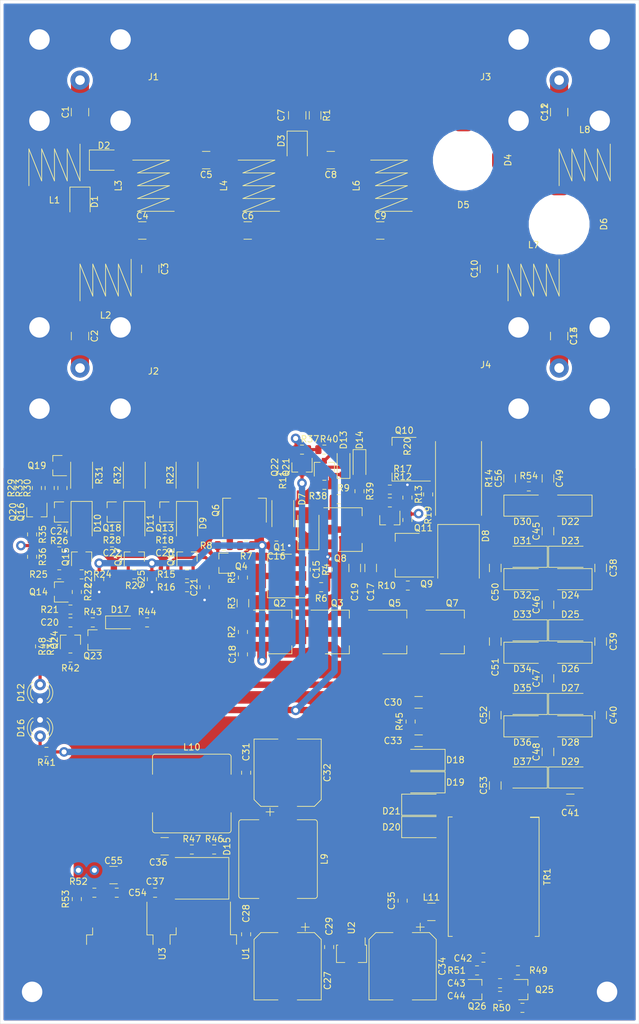
<source format=kicad_pcb>
(kicad_pcb (version 20171130) (host pcbnew 5.1.5+dfsg1-2~bpo10+1)
  (layers (0 F.Cu mixed) (31 B.Cu mixed) (34 B.Paste user) (35 F.Paste user) (36 B.SilkS user) (37 F.SilkS user) (38 B.Mask user) (39 F.Mask user) (44 Edge.Cuts user))
  (net 0 "")
  (net 1 "Net-(C1-Pad2)")
  (net 2 "Net-(C1-Pad1)")
  (net 3 "Net-(C2-Pad2)")
  (net 4 "Net-(C2-Pad1)")
  (net 5 Earth)
  (net 6 VSW2)
  (net 7 VSW5)
  (net 8 "Net-(C5-Pad1)")
  (net 9 "Net-(C5-Pad2)")
  (net 10 VSW4)
  (net 11 "Net-(C7-Pad2)")
  (net 12 "Net-(C8-Pad1)")
  (net 13 VSW3)
  (net 14 VSW1)
  (net 15 "Net-(C11-Pad1)")
  (net 16 "Net-(C11-Pad2)")
  (net 17 "Net-(C13-Pad2)")
  (net 18 "Net-(C13-Pad1)")
  (net 19 VSW1_ON)
  (net 20 VP)
  (net 21 VN1)
  (net 22 VSW2_ON)
  (net 23 VN2)
  (net 24 13V8)
  (net 25 +12V)
  (net 26 5V)
  (net 27 "Net-(C41-Pad1)")
  (net 28 "Net-(C42-Pad1)")
  (net 29 "Net-(C44-Pad1)")
  (net 30 "Net-(C45-Pad2)")
  (net 31 "Net-(C45-Pad1)")
  (net 32 "Net-(C47-Pad1)")
  (net 33 "Net-(C50-Pad1)")
  (net 34 "Net-(C53-Pad1)")
  (net 35 "Net-(D7-Pad2)")
  (net 36 "Net-(D7-Pad1)")
  (net 37 "Net-(D8-Pad1)")
  (net 38 "Net-(D8-Pad2)")
  (net 39 "Net-(D9-Pad1)")
  (net 40 "Net-(D9-Pad2)")
  (net 41 "Net-(D10-Pad2)")
  (net 42 "Net-(D10-Pad1)")
  (net 43 "Net-(D11-Pad1)")
  (net 44 "Net-(D12-Pad2)")
  (net 45 "Net-(D13-Pad1)")
  (net 46 "Net-(D13-Pad2)")
  (net 47 "Net-(D14-Pad2)")
  (net 48 "Net-(D15-Pad1)")
  (net 49 "Net-(D17-Pad2)")
  (net 50 "Net-(D17-Pad1)")
  (net 51 "Net-(D18-Pad1)")
  (net 52 "Net-(D19-Pad1)")
  (net 53 "Net-(Q1-Pad1)")
  (net 54 "Net-(Q2-Pad1)")
  (net 55 "Net-(Q4-Pad1)")
  (net 56 "Net-(Q6-Pad1)")
  (net 57 "Net-(Q10-Pad1)")
  (net 58 "Net-(Q11-Pad3)")
  (net 59 VN1_EN)
  (net 60 "Net-(Q11-Pad1)")
  (net 61 "Net-(Q14-Pad1)")
  (net 62 "Net-(Q14-Pad3)")
  (net 63 "Net-(Q19-Pad3)")
  (net 64 VN2_EN)
  (net 65 "Net-(Q19-Pad1)")
  (net 66 "Net-(Q23-Pad3)")
  (net 67 "Net-(Q24-Pad1)")
  (net 68 VSW1_EN)
  (net 69 VSW2_EN)
  (net 70 "Net-(Q10-Pad2)")
  (net 71 VSW1_ON_)
  (net 72 VSW1_ON__)
  (net 73 "Net-(C31-Pad2)")
  (net 74 "Net-(C33-Pad2)")
  (net 75 "Net-(C38-Pad2)")
  (net 76 "Net-(C38-Pad1)")
  (net 77 "Net-(C39-Pad1)")
  (net 78 "Net-(C40-Pad1)")
  (net 79 "Net-(C42-Pad2)")
  (net 80 "Net-(C43-Pad2)")
  (net 81 "Net-(C46-Pad1)")
  (net 82 "Net-(C50-Pad2)")
  (net 83 "Net-(C51-Pad1)")
  (net 84 "Net-(C52-Pad1)")
  (net 85 "Net-(D11-Pad2)")
  (net 86 "Net-(Q12-Pad1)")
  (net 87 "Net-(Q15-Pad1)")
  (net 88 "Net-(Q17-Pad1)")
  (net 89 "Net-(Q20-Pad3)")
  (net 90 "Net-(Q20-Pad1)")
  (net 91 "Net-(Q21-Pad3)")
  (net 92 "Net-(Q22-Pad1)")
  (net 93 "Net-(Q25-Pad2)")
  (net 94 "Net-(R46-Pad1)")
  (net 95 "Net-(R52-Pad2)")
  (net 96 "Net-(D16-Pad2)")
  (net 97 "Net-(L5-Pad1)")
  (net 98 "Net-(L11-Pad2)")
  (module RF-AMP-QSK-SWITCH_V1:MA4PK200x (layer F.Cu) (at 122.5 50 270)
    (fp_text reference D4 (at 0 -7 90) (layer F.SilkS))
    (fp_text value MA4PK2001)
    (pad 2 smd circle (at 0 0 270) (size 3 3) (layers B.Cu B.Mask) (net 12 "Net-(C8-Pad1)"))
    (pad 1 smd roundrect (at -7.5 0 270) (size 6 3) (layers F.Cu F.Paste F.Mask) (net 5 Earth))
    (pad "" np_thru_hole circle (at 0 0 270) (size 8.5 8.5) (drill 8.5) (layers *.Cu *.Mask))
  )
  (module RF-AMP-QSK-SWITCH_V1:MA4PK200x (layer F.Cu) (at 122.5 50 180)
    (fp_text reference D5 (at 0 -7) (layer F.SilkS))
    (fp_text value MA4PK2003)
    (pad 2 smd circle (at 0 0 180) (size 3 3) (layers B.Cu B.Mask) (net 12 "Net-(C8-Pad1)"))
    (pad 1 smd roundrect (at -7.5 0 180) (size 6 3) (layers F.Cu F.Paste F.Mask) (net 15 "Net-(C11-Pad1)"))
    (pad "" np_thru_hole circle (at 0 0 180) (size 8.5 8.5) (drill 8.5) (layers *.Cu *.Mask))
  )
  (module RF-AMP-QSK-SWITCH_V1:MA4PK200x (layer F.Cu) (at 137.5 60 270)
    (fp_text reference D6 (at 0 -7 90) (layer F.SilkS))
    (fp_text value MA4PK2003)
    (pad 2 smd circle (at 0 0 270) (size 3 3) (layers B.Cu B.Mask) (net 18 "Net-(C13-Pad1)"))
    (pad 1 smd roundrect (at -7.5 0 270) (size 6 3) (layers F.Cu F.Paste F.Mask) (net 15 "Net-(C11-Pad1)"))
    (pad "" np_thru_hole circle (at 0 0 270) (size 8.5 8.5) (drill 8.5) (layers *.Cu *.Mask))
  )
  (module MountingHole:MountingHole_3.2mm_M3_Pad (layer F.Cu) (at 55 180)
    (fp_text reference MH1 hide)
    (fp_text value MountingHole_3.2mm_M3_Pad hide)
    (pad 1 thru_hole circle (at 0 0) (size 6.4 6.4) (drill 3.2) (layers *.Cu *.Mask) (net 5 Earth))
  )
  (module MountingHole:MountingHole_3.2mm_M3_Pad (layer F.Cu) (at 145 180)
    (fp_text reference MH2 hide)
    (fp_text value MountingHole_3.2mm_M3_Pad hide)
    (pad 1 thru_hole circle (at 0 0) (size 6.4 6.4) (drill 3.2) (layers *.Cu *.Mask) (net 5 Earth))
  )
  (module Capacitor_SMD:C_1210_3225Metric (layer F.Cu) (at 62.5 42.5 90)
    (fp_text reference C1 (at 0 -2.28 90) (layer F.SilkS))
    (fp_text value 1n)
    (pad 2 smd roundrect (at 1.4 0 90) (size 1.25 2.65) (layers F.Cu F.Paste F.Mask) (roundrect_rratio 0.2) (net 1 "Net-(C1-Pad2)"))
    (pad 1 smd roundrect (at -1.4 0 90) (size 1.25 2.65) (layers F.Cu F.Paste F.Mask) (roundrect_rratio 0.2) (net 2 "Net-(C1-Pad1)"))
  )
  (module Capacitor_SMD:C_1210_3225Metric (layer F.Cu) (at 62.5 77.5 270)
    (fp_text reference C2 (at 0 -2.28 90) (layer F.SilkS))
    (fp_text value 1n)
    (pad 2 smd roundrect (at 1.4 0 270) (size 1.25 2.65) (layers F.Cu F.Paste F.Mask) (roundrect_rratio 0.2) (net 3 "Net-(C2-Pad2)"))
    (pad 1 smd roundrect (at -1.4 0 270) (size 1.25 2.65) (layers F.Cu F.Paste F.Mask) (roundrect_rratio 0.2) (net 4 "Net-(C2-Pad1)"))
  )
  (module Capacitor_SMD:C_1210_3225Metric (layer F.Cu) (at 73.5 67 270)
    (fp_text reference C3 (at 0 -2.28 90) (layer F.SilkS))
    (fp_text value 1n)
    (pad 1 smd roundrect (at -1.4 0 270) (size 1.25 2.65) (layers F.Cu F.Paste F.Mask) (roundrect_rratio 0.2) (net 5 Earth))
    (pad 2 smd roundrect (at 1.4 0 270) (size 1.25 2.65) (layers F.Cu F.Paste F.Mask) (roundrect_rratio 0.2) (net 6 VSW2))
  )
  (module Capacitor_SMD:C_1210_3225Metric (layer F.Cu) (at 72.25 61)
    (fp_text reference C4 (at 0 -2.28) (layer F.SilkS))
    (fp_text value 1n)
    (pad 2 smd roundrect (at 1.4 0) (size 1.25 2.65) (layers F.Cu F.Paste F.Mask) (roundrect_rratio 0.2) (net 7 VSW5))
    (pad 1 smd roundrect (at -1.4 0) (size 1.25 2.65) (layers F.Cu F.Paste F.Mask) (roundrect_rratio 0.2) (net 5 Earth))
  )
  (module Capacitor_SMD:C_1210_3225Metric (layer F.Cu) (at 82.25 50 180)
    (fp_text reference C5 (at 0 -2.28) (layer F.SilkS))
    (fp_text value 1n)
    (pad 1 smd roundrect (at -1.4 0 180) (size 1.25 2.65) (layers F.Cu F.Paste F.Mask) (roundrect_rratio 0.2) (net 8 "Net-(C5-Pad1)"))
    (pad 2 smd roundrect (at 1.4 0 180) (size 1.25 2.65) (layers F.Cu F.Paste F.Mask) (roundrect_rratio 0.2) (net 9 "Net-(C5-Pad2)"))
  )
  (module Capacitor_SMD:C_1210_3225Metric (layer F.Cu) (at 88.75 61)
    (fp_text reference C6 (at 0 -2.28) (layer F.SilkS))
    (fp_text value 1n)
    (pad 1 smd roundrect (at -1.4 0) (size 1.25 2.65) (layers F.Cu F.Paste F.Mask) (roundrect_rratio 0.2) (net 5 Earth))
    (pad 2 smd roundrect (at 1.4 0) (size 1.25 2.65) (layers F.Cu F.Paste F.Mask) (roundrect_rratio 0.2) (net 10 VSW4))
  )
  (module Capacitor_SMD:C_1210_3225Metric (layer F.Cu) (at 96.5 43 270)
    (fp_text reference C7 (at 0 2.5 90) (layer F.SilkS))
    (fp_text value 1n)
    (pad 1 smd roundrect (at -1.4 0 270) (size 1.25 2.65) (layers F.Cu F.Paste F.Mask) (roundrect_rratio 0.2) (net 5 Earth))
    (pad 2 smd roundrect (at 1.4 0 270) (size 1.25 2.65) (layers F.Cu F.Paste F.Mask) (roundrect_rratio 0.2) (net 11 "Net-(C7-Pad2)"))
  )
  (module Capacitor_SMD:C_1210_3225Metric (layer F.Cu) (at 101.75 50 180)
    (fp_text reference C8 (at 0 -2.28) (layer F.SilkS))
    (fp_text value 1n)
    (pad 2 smd roundrect (at 1.4 0 180) (size 1.25 2.65) (layers F.Cu F.Paste F.Mask) (roundrect_rratio 0.2) (net 8 "Net-(C5-Pad1)"))
    (pad 1 smd roundrect (at -1.4 0 180) (size 1.25 2.65) (layers F.Cu F.Paste F.Mask) (roundrect_rratio 0.2) (net 12 "Net-(C8-Pad1)"))
  )
  (module Capacitor_SMD:C_1210_3225Metric (layer F.Cu) (at 109.5 61)
    (fp_text reference C9 (at 0 -2.28) (layer F.SilkS))
    (fp_text value 1n)
    (pad 2 smd roundrect (at 1.4 0) (size 1.25 2.65) (layers F.Cu F.Paste F.Mask) (roundrect_rratio 0.2) (net 13 VSW3))
    (pad 1 smd roundrect (at -1.4 0) (size 1.25 2.65) (layers F.Cu F.Paste F.Mask) (roundrect_rratio 0.2) (net 5 Earth))
  )
  (module Capacitor_SMD:C_1210_3225Metric (layer F.Cu) (at 126.5 67 270)
    (fp_text reference C10 (at 0 2.25 90) (layer F.SilkS))
    (fp_text value 1n)
    (pad 1 smd roundrect (at -1.4 0 270) (size 1.25 2.65) (layers F.Cu F.Paste F.Mask) (roundrect_rratio 0.2) (net 5 Earth))
    (pad 2 smd roundrect (at 1.4 0 270) (size 1.25 2.65) (layers F.Cu F.Paste F.Mask) (roundrect_rratio 0.2) (net 14 VSW1))
  )
  (module Capacitor_SMD:C_1210_3225Metric (layer F.Cu) (at 137.5 42.5 90)
    (fp_text reference C11 (at 0 -2.28 90) (layer F.SilkS))
    (fp_text value 470p)
    (pad 1 smd roundrect (at -1.4 0 90) (size 1.25 2.65) (layers F.Cu F.Paste F.Mask) (roundrect_rratio 0.2) (net 15 "Net-(C11-Pad1)"))
    (pad 2 smd roundrect (at 1.4 0 90) (size 1.25 2.65) (layers F.Cu F.Paste F.Mask) (roundrect_rratio 0.2) (net 16 "Net-(C11-Pad2)"))
  )
  (module Capacitor_SMD:C_1210_3225Metric (layer F.Cu) (at 137.5 42.5 90)
    (fp_text reference C12 (at 0 -2.28 90) (layer F.SilkS))
    (fp_text value 470p)
    (pad 1 smd roundrect (at -1.4 0 90) (size 1.25 2.65) (layers F.Cu F.Paste F.Mask) (roundrect_rratio 0.2) (net 15 "Net-(C11-Pad1)"))
    (pad 2 smd roundrect (at 1.4 0 90) (size 1.25 2.65) (layers F.Cu F.Paste F.Mask) (roundrect_rratio 0.2) (net 16 "Net-(C11-Pad2)"))
  )
  (module Capacitor_SMD:C_1210_3225Metric (layer F.Cu) (at 137.5 77.5 270)
    (fp_text reference C13 (at 0 -2.28 90) (layer F.SilkS))
    (fp_text value 470p)
    (pad 2 smd roundrect (at 1.4 0 270) (size 1.25 2.65) (layers F.Cu F.Paste F.Mask) (roundrect_rratio 0.2) (net 17 "Net-(C13-Pad2)"))
    (pad 1 smd roundrect (at -1.4 0 270) (size 1.25 2.65) (layers F.Cu F.Paste F.Mask) (roundrect_rratio 0.2) (net 18 "Net-(C13-Pad1)"))
  )
  (module Capacitor_SMD:C_1210_3225Metric (layer F.Cu) (at 137.5 77.5 270)
    (fp_text reference C14 (at 0 -2.28 90) (layer F.SilkS))
    (fp_text value 470p)
    (pad 2 smd roundrect (at 1.4 0 270) (size 1.25 2.65) (layers F.Cu F.Paste F.Mask) (roundrect_rratio 0.2) (net 17 "Net-(C13-Pad2)"))
    (pad 1 smd roundrect (at -1.4 0 270) (size 1.25 2.65) (layers F.Cu F.Paste F.Mask) (roundrect_rratio 0.2) (net 18 "Net-(C13-Pad1)"))
  )
  (module Capacitor_SMD:C_0805_2012Metric (layer F.Cu) (at 101.25 114 270)
    (fp_text reference C15 (at 0 1.75 90) (layer F.SilkS))
    (fp_text value 1n)
    (pad 1 smd roundrect (at -0.9375 0 270) (size 0.975 1.4) (layers F.Cu F.Paste F.Mask) (net 5 Earth))
    (pad 2 smd roundrect (at 0.9375 0 270) (size 0.975 1.4) (layers F.Cu F.Paste F.Mask) (net 19 VSW1_ON))
  )
  (module Capacitor_SMD:C_0805_2012Metric (layer F.Cu) (at 93.25 110.25 180)
    (fp_text reference C16 (at 0 -1.65) (layer F.SilkS))
    (fp_text value 100n)
    (pad 1 smd roundrect (at -0.9375 0 180) (size 0.975 1.4) (layers F.Cu F.Paste F.Mask) (net 5 Earth))
    (pad 2 smd roundrect (at 0.9375 0 180) (size 0.975 1.4) (layers F.Cu F.Paste F.Mask) (net 20 VP))
  )
  (module Capacitor_SMD:C_0805_2012Metric (layer F.Cu) (at 88 127.25 90)
    (fp_text reference C18 (at 0 -1.65 90) (layer F.SilkS))
    (fp_text value 100n)
    (pad 2 smd roundrect (at 0.9375 0 90) (size 0.975 1.4) (layers F.Cu F.Paste F.Mask) (net 20 VP))
    (pad 1 smd roundrect (at -0.9375 0 90) (size 0.975 1.4) (layers F.Cu F.Paste F.Mask) (net 5 Earth))
  )
  (module Capacitor_SMD:C_0805_2012Metric (layer F.Cu) (at 61 122.25 180)
    (fp_text reference C20 (at 3.25 0) (layer F.SilkS))
    (fp_text value 1n)
    (pad 2 smd roundrect (at 0.9375 0 180) (size 0.975 1.4) (layers F.Cu F.Paste F.Mask) (net 22 VSW2_ON))
    (pad 1 smd roundrect (at -0.9375 0 180) (size 0.975 1.4) (layers F.Cu F.Paste F.Mask) (net 5 Earth))
  )
  (module Capacitor_SMD:C_0805_2012Metric (layer F.Cu) (at 82 116.75 90)
    (fp_text reference C21 (at 0 -1.65 90) (layer F.SilkS))
    (fp_text value 100n)
    (pad 2 smd roundrect (at 0.9375 0 90) (size 0.975 1.4) (layers F.Cu F.Paste F.Mask) (net 20 VP))
    (pad 1 smd roundrect (at -0.9375 0 90) (size 0.975 1.4) (layers F.Cu F.Paste F.Mask) (net 5 Earth))
  )
  (module Capacitor_SMD:C_0805_2012Metric (layer F.Cu) (at 67.5 109.75 180)
    (fp_text reference C22 (at 0 -1.65) (layer F.SilkS))
    (fp_text value 100n)
    (pad 1 smd roundrect (at -0.9375 0 180) (size 0.975 1.4) (layers F.Cu F.Paste F.Mask) (net 5 Earth))
    (pad 2 smd roundrect (at 0.9375 0 180) (size 0.975 1.4) (layers F.Cu F.Paste F.Mask) (net 23 VN2))
  )
  (module Capacitor_SMD:C_0805_2012Metric (layer F.Cu) (at 65.5 115.5 90)
    (fp_text reference C23 (at 0 -1.65 90) (layer F.SilkS))
    (fp_text value 100n)
    (pad 1 smd roundrect (at -0.9375 0 90) (size 0.975 1.4) (layers F.Cu F.Paste F.Mask) (net 5 Earth))
    (pad 2 smd roundrect (at 0.9375 0 90) (size 0.975 1.4) (layers F.Cu F.Paste F.Mask) (net 20 VP))
  )
  (module Capacitor_SMD:C_0805_2012Metric (layer F.Cu) (at 59.25 109.75 180)
    (fp_text reference C24 (at 0 1.75) (layer F.SilkS))
    (fp_text value 100n)
    (pad 1 smd roundrect (at -0.9375 0 180) (size 0.975 1.4) (layers F.Cu F.Paste F.Mask) (net 5 Earth))
    (pad 2 smd roundrect (at 0.9375 0 180) (size 0.975 1.4) (layers F.Cu F.Paste F.Mask) (net 23 VN2))
  )
  (module Capacitor_SMD:C_0805_2012Metric (layer F.Cu) (at 73.75 115.5 90)
    (fp_text reference C25 (at 0 -1.65 90) (layer F.SilkS))
    (fp_text value 100n)
    (pad 1 smd roundrect (at -0.9375 0 90) (size 0.975 1.4) (layers F.Cu F.Paste F.Mask) (net 5 Earth))
    (pad 2 smd roundrect (at 0.9375 0 90) (size 0.975 1.4) (layers F.Cu F.Paste F.Mask) (net 20 VP))
  )
  (module Capacitor_SMD:C_0805_2012Metric (layer F.Cu) (at 75.75 109.75 180)
    (fp_text reference C26 (at 0 -1.65) (layer F.SilkS))
    (fp_text value 100n)
    (pad 2 smd roundrect (at 0.9375 0 180) (size 0.975 1.4) (layers F.Cu F.Paste F.Mask) (net 23 VN2))
    (pad 1 smd roundrect (at -0.9375 0 180) (size 0.975 1.4) (layers F.Cu F.Paste F.Mask) (net 5 Earth))
  )
  (module Capacitor_SMD:C_0805_2012Metric (layer F.Cu) (at 88.5 171 90)
    (fp_text reference C28 (at 3.25 0 90) (layer F.SilkS))
    (fp_text value 470n)
    (pad 1 smd roundrect (at -0.9375 0 90) (size 0.975 1.4) (layers F.Cu F.Paste F.Mask) (net 5 Earth))
    (pad 2 smd roundrect (at 0.9375 0 90) (size 0.975 1.4) (layers F.Cu F.Paste F.Mask) (net 24 13V8))
  )
  (module Capacitor_SMD:C_0805_2012Metric (layer F.Cu) (at 101.5 173 90)
    (fp_text reference C29 (at 3.25 0 90) (layer F.SilkS))
    (fp_text value 100n)
    (pad 2 smd roundrect (at 0.9375 0 90) (size 0.975 1.4) (layers F.Cu F.Paste F.Mask) (net 24 13V8))
    (pad 1 smd roundrect (at -0.9375 0 90) (size 0.975 1.4) (layers F.Cu F.Paste F.Mask) (net 5 Earth))
  )
  (module Capacitor_SMD:C_0805_2012Metric (layer F.Cu) (at 88.5 145.75 270)
    (fp_text reference C31 (at -3.25 0 90) (layer F.SilkS))
    (fp_text value 470n)
    (pad 2 smd roundrect (at 0.9375 0 270) (size 0.975 1.4) (layers F.Cu F.Paste F.Mask) (net 73 "Net-(C31-Pad2)"))
    (pad 1 smd roundrect (at -0.9375 0 270) (size 0.975 1.4) (layers F.Cu F.Paste F.Mask) (net 5 Earth))
  )
  (module Capacitor_SMD:CP_Elec_10x10 (layer F.Cu) (at 95 145.75 90)
    (fp_text reference C32 (at 0 6.2 90) (layer F.SilkS))
    (fp_text value 1m)
    (pad 1 smd roundrect (at -4 0 90) (size 4 2.5) (layers F.Cu F.Paste F.Mask) (roundrect_rratio 0.1) (net 73 "Net-(C31-Pad2)"))
    (pad 2 smd roundrect (at 4 0 90) (size 4 2.5) (layers F.Cu F.Paste F.Mask) (roundrect_rratio 0.1) (net 5 Earth))
  )
  (module Capacitor_SMD:C_0805_2012Metric (layer F.Cu) (at 113 165.75 270)
    (fp_text reference C35 (at 0 1.75 90) (layer F.SilkS))
    (fp_text value 100n)
    (pad 1 smd roundrect (at -0.9375 0 270) (size 0.975 1.4) (layers F.Cu F.Paste F.Mask) (net 5 Earth))
    (pad 2 smd roundrect (at 0.9375 0 270) (size 0.975 1.4) (layers F.Cu F.Paste F.Mask) (net 25 +12V))
  )
  (module Capacitor_SMD:C_0805_2012Metric (layer F.Cu) (at 74.25 164.5 180)
    (fp_text reference C37 (at 0 1.75) (layer F.SilkS))
    (fp_text value 100n)
    (pad 2 smd roundrect (at 0.9375 0 180) (size 0.975 1.4) (layers F.Cu F.Paste F.Mask) (net 26 5V))
    (pad 1 smd roundrect (at -0.9375 0 180) (size 0.975 1.4) (layers F.Cu F.Paste F.Mask) (net 5 Earth))
  )
  (module Capacitor_SMD:C_0805_2012Metric (layer F.Cu) (at 125.65 174.65)
    (fp_text reference C42 (at -3.2 0.1) (layer F.SilkS))
    (fp_text value 82n)
    (pad 2 smd roundrect (at 0.9375 0) (size 0.975 1.4) (layers F.Cu F.Paste F.Mask) (net 79 "Net-(C42-Pad2)"))
    (pad 1 smd roundrect (at -0.9375 0) (size 0.975 1.4) (layers F.Cu F.Paste F.Mask) (net 28 "Net-(C42-Pad1)"))
  )
  (module Capacitor_SMD:C_0805_2012Metric (layer F.Cu) (at 128.25 178.65)
    (fp_text reference C43 (at -6.85 0) (layer F.SilkS))
    (fp_text value 47n)
    (pad 2 smd roundrect (at 0.9375 0) (size 0.975 1.4) (layers F.Cu F.Paste F.Mask) (net 80 "Net-(C43-Pad2)"))
    (pad 1 smd roundrect (at -0.9375 0) (size 0.975 1.4) (layers F.Cu F.Paste F.Mask) (net 28 "Net-(C42-Pad1)"))
  )
  (module Capacitor_SMD:C_0805_2012Metric (layer F.Cu) (at 128.25 180.65)
    (fp_text reference C44 (at -6.85 0) (layer F.SilkS))
    (fp_text value 47n)
    (pad 1 smd roundrect (at -0.9375 0) (size 0.975 1.4) (layers F.Cu F.Paste F.Mask) (net 29 "Net-(C44-Pad1)"))
    (pad 2 smd roundrect (at 0.9375 0) (size 0.975 1.4) (layers F.Cu F.Paste F.Mask) (net 79 "Net-(C42-Pad2)"))
  )
  (module Capacitor_SMD:C_0805_2012Metric (layer F.Cu) (at 68.25 164.5 180)
    (fp_text reference C54 (at -3.25 0) (layer F.SilkS))
    (fp_text value 100n)
    (pad 1 smd roundrect (at -0.9375 0 180) (size 0.975 1.4) (layers F.Cu F.Paste F.Mask) (net 5 Earth))
    (pad 2 smd roundrect (at 0.9375 0 180) (size 0.975 1.4) (layers F.Cu F.Paste F.Mask) (net 20 VP))
  )
  (module Capacitor_SMD:C_1210_3225Metric (layer F.Cu) (at 67.75 161.75 180)
    (fp_text reference C55 (at 0 2.25) (layer F.SilkS))
    (fp_text value 100u)
    (pad 1 smd roundrect (at -1.4 0 180) (size 1.25 2.65) (layers F.Cu F.Paste F.Mask) (roundrect_rratio 0.2) (net 5 Earth))
    (pad 2 smd roundrect (at 1.4 0 180) (size 1.25 2.65) (layers F.Cu F.Paste F.Mask) (roundrect_rratio 0.2) (net 20 VP))
  )
  (module Diode_SMD:D_1210_3225Metric (layer F.Cu) (at 62.5 56.5 270)
    (fp_text reference D1 (at 0 -2.28 90) (layer F.SilkS))
    (fp_text value MA4P506-1072T)
    (pad 1 smd roundrect (at -1.4 0 270) (size 1.25 2.65) (layers F.Cu F.Paste F.Mask) (roundrect_rratio 0.2) (net 2 "Net-(C1-Pad1)"))
    (pad 2 smd roundrect (at 1.4 0 270) (size 1.25 2.65) (layers F.Cu F.Paste F.Mask) (roundrect_rratio 0.2) (net 4 "Net-(C2-Pad1)"))
  )
  (module Diode_SMD:D_1210_3225Metric (layer F.Cu) (at 66.25 50)
    (fp_text reference D2 (at 0 -2.28) (layer F.SilkS))
    (fp_text value MA4P506-1072T)
    (pad 2 smd roundrect (at 1.4 0) (size 1.25 2.65) (layers F.Cu F.Paste F.Mask) (roundrect_rratio 0.2) (net 9 "Net-(C5-Pad2)"))
    (pad 1 smd roundrect (at -1.4 0) (size 1.25 2.65) (layers F.Cu F.Paste F.Mask) (roundrect_rratio 0.2) (net 2 "Net-(C1-Pad1)"))
  )
  (module Diode_SMD:D_1210_3225Metric (layer F.Cu) (at 96.5 47.75 270)
    (fp_text reference D3 (at -0.75 2.5 90) (layer F.SilkS))
    (fp_text value MA4P506-1072T)
    (pad 1 smd roundrect (at -1.4 0 270) (size 1.25 2.65) (layers F.Cu F.Paste F.Mask) (roundrect_rratio 0.2) (net 11 "Net-(C7-Pad2)"))
    (pad 2 smd roundrect (at 1.4 0 270) (size 1.25 2.65) (layers F.Cu F.Paste F.Mask) (roundrect_rratio 0.2) (net 8 "Net-(C5-Pad1)"))
  )
  (module Diode_SMD:D_SMC (layer F.Cu) (at 121.75 111.75 270)
    (fp_text reference D8 (at -3 -4.25 90) (layer F.SilkS))
    (fp_text value B360)
    (pad 1 smd rect (at -3.4 0) (size 3.3 2.5) (layers F.Cu F.Paste F.Mask) (net 37 "Net-(D8-Pad1)"))
    (pad 2 smd rect (at 3.4 0) (size 3.3 2.5) (layers F.Cu F.Paste F.Mask) (net 38 "Net-(D8-Pad2)"))
  )
  (module LED_THT:LED_D3.0mm (layer F.Cu) (at 56.25 134.5 90)
    (fp_text reference D12 (at 1.27 -3 90) (layer F.SilkS))
    (fp_text value TX)
    (pad 1 thru_hole rect (at 0 0 90) (size 1.8 1.8) (drill 0.9) (layers *.Cu *.Mask) (net 5 Earth))
    (pad 2 thru_hole circle (at 2.54 0 90) (size 1.8 1.8) (drill 0.9) (layers *.Cu *.Mask) (net 44 "Net-(D12-Pad2)"))
  )
  (module Diode_SMD:D_SOD-123 (layer F.Cu) (at 103.75 97.5 90)
    (fp_text reference D13 (at 3.75 0 90) (layer F.SilkS))
    (fp_text value MMSZ5272BT1G)
    (pad 1 smd rect (at -1.65 0 90) (size 0.9 1.2) (layers F.Cu F.Paste F.Mask) (net 45 "Net-(D13-Pad1)"))
    (pad 2 smd rect (at 1.65 0 90) (size 0.9 1.2) (layers F.Cu F.Paste F.Mask) (net 46 "Net-(D13-Pad2)"))
  )
  (module Diode_SMD:D_SOD-123 (layer F.Cu) (at 106.25 97.5 270)
    (fp_text reference D14 (at -3.75 0 90) (layer F.SilkS))
    (fp_text value MMSZ5272BT1G)
    (pad 1 smd rect (at -1.65 0 270) (size 0.9 1.2) (layers F.Cu F.Paste F.Mask) (net 46 "Net-(D13-Pad2)"))
    (pad 2 smd rect (at 1.65 0 270) (size 0.9 1.2) (layers F.Cu F.Paste F.Mask) (net 47 "Net-(D14-Pad2)"))
  )
  (module Diode_SMD:D_SMC (layer F.Cu) (at 81 162.25 180)
    (fp_text reference D15 (at -4.5 5 270) (layer F.SilkS))
    (fp_text value B360)
    (pad 2 smd rect (at 3.4 0 270) (size 3.3 2.5) (layers F.Cu F.Paste F.Mask) (net 5 Earth))
    (pad 1 smd rect (at -3.4 0 270) (size 3.3 2.5) (layers F.Cu F.Paste F.Mask) (net 48 "Net-(D15-Pad1)"))
  )
  (module LED_THT:LED_D3.0mm (layer F.Cu) (at 56.25 137.5 270)
    (fp_text reference D16 (at 1.27 3 90) (layer F.SilkS))
    (fp_text value POWER)
    (pad 2 thru_hole circle (at 2.54 0 270) (size 1.8 1.8) (drill 0.9) (layers *.Cu *.Mask) (net 96 "Net-(D16-Pad2)"))
    (pad 1 thru_hole rect (at 0 0 270) (size 1.8 1.8) (drill 0.9) (layers *.Cu *.Mask) (net 5 Earth))
  )
  (module Diode_SMD:D_SOD-123 (layer F.Cu) (at 68.75 122.25)
    (fp_text reference D17 (at 0 -2) (layer F.SilkS))
    (fp_text value MMSZ5272BT1G)
    (pad 2 smd rect (at 1.65 0) (size 0.9 1.2) (layers F.Cu F.Paste F.Mask) (net 49 "Net-(D17-Pad2)"))
    (pad 1 smd rect (at -1.65 0) (size 0.9 1.2) (layers F.Cu F.Paste F.Mask) (net 50 "Net-(D17-Pad1)"))
  )
  (module Diode_SMD:D_SMA (layer F.Cu) (at 116.25 143.75 180)
    (fp_text reference D18 (at -5 0) (layer F.SilkS))
    (fp_text value FM4005)
    (pad 1 smd rect (at -2 0 180) (size 2.5 1.8) (layers F.Cu F.Paste F.Mask) (net 51 "Net-(D18-Pad1)"))
    (pad 2 smd rect (at 2 0 180) (size 2.5 1.8) (layers F.Cu F.Paste F.Mask) (net 74 "Net-(C33-Pad2)"))
  )
  (module Diode_SMD:D_SMA (layer F.Cu) (at 116.25 147.25 180)
    (fp_text reference D19 (at -5 0) (layer F.SilkS))
    (fp_text value FM4005)
    (pad 2 smd rect (at 2 0 180) (size 2.5 1.8) (layers F.Cu F.Paste F.Mask) (net 74 "Net-(C33-Pad2)"))
    (pad 1 smd rect (at -2 0 180) (size 2.5 1.8) (layers F.Cu F.Paste F.Mask) (net 52 "Net-(D19-Pad1)"))
  )
  (module Diode_SMD:D_SMA (layer F.Cu) (at 116.25 154.25)
    (fp_text reference D20 (at -5 0) (layer F.SilkS))
    (fp_text value FM4005)
    (pad 1 smd rect (at -2 0) (size 2.5 1.8) (layers F.Cu F.Paste F.Mask) (net 5 Earth))
    (pad 2 smd rect (at 2 0) (size 2.5 1.8) (layers F.Cu F.Paste F.Mask) (net 51 "Net-(D18-Pad1)"))
  )
  (module Diode_SMD:D_SMA (layer F.Cu) (at 116.25 150.75)
    (fp_text reference D21 (at -5 1) (layer F.SilkS))
    (fp_text value FM4005)
    (pad 2 smd rect (at 2 0) (size 2.5 1.8) (layers F.Cu F.Paste F.Mask) (net 52 "Net-(D19-Pad1)"))
    (pad 1 smd rect (at -2 0) (size 2.5 1.8) (layers F.Cu F.Paste F.Mask) (net 5 Earth))
  )
  (module Diode_SMD:D_SMA (layer F.Cu) (at 139.25 104 180)
    (fp_text reference D22 (at 0 -2.5) (layer F.SilkS))
    (fp_text value FM4005)
    (pad 1 smd rect (at -2 0 180) (size 2.5 1.8) (layers F.Cu F.Paste F.Mask) (net 75 "Net-(C38-Pad2)"))
    (pad 2 smd rect (at 2 0 180) (size 2.5 1.8) (layers F.Cu F.Paste F.Mask) (net 30 "Net-(C45-Pad2)"))
  )
  (module Diode_SMD:D_SMA (layer F.Cu) (at 139.25 112)
    (fp_text reference D23 (at 0 -2.5) (layer F.SilkS))
    (fp_text value FM4005)
    (pad 1 smd rect (at -2 0) (size 2.5 1.8) (layers F.Cu F.Paste F.Mask) (net 31 "Net-(C45-Pad1)"))
    (pad 2 smd rect (at 2 0) (size 2.5 1.8) (layers F.Cu F.Paste F.Mask) (net 75 "Net-(C38-Pad2)"))
  )
  (module Diode_SMD:D_SMA (layer F.Cu) (at 139.25 115.5 180)
    (fp_text reference D24 (at 0 -2.5) (layer F.SilkS))
    (fp_text value FM4005)
    (pad 2 smd rect (at 2 0 180) (size 2.5 1.8) (layers F.Cu F.Paste F.Mask) (net 31 "Net-(C45-Pad1)"))
    (pad 1 smd rect (at -2 0 180) (size 2.5 1.8) (layers F.Cu F.Paste F.Mask) (net 76 "Net-(C38-Pad1)"))
  )
  (module Diode_SMD:D_SMA (layer F.Cu) (at 139.25 123.5)
    (fp_text reference D25 (at 0 -2.5) (layer F.SilkS))
    (fp_text value FM4005)
    (pad 1 smd rect (at -2 0) (size 2.5 1.8) (layers F.Cu F.Paste F.Mask) (net 81 "Net-(C46-Pad1)"))
    (pad 2 smd rect (at 2 0) (size 2.5 1.8) (layers F.Cu F.Paste F.Mask) (net 76 "Net-(C38-Pad1)"))
  )
  (module Diode_SMD:D_SMA (layer F.Cu) (at 139.25 127 180)
    (fp_text reference D26 (at 0 -2.5) (layer F.SilkS))
    (fp_text value FM4005)
    (pad 1 smd rect (at -2 0 180) (size 2.5 1.8) (layers F.Cu F.Paste F.Mask) (net 77 "Net-(C39-Pad1)"))
    (pad 2 smd rect (at 2 0 180) (size 2.5 1.8) (layers F.Cu F.Paste F.Mask) (net 81 "Net-(C46-Pad1)"))
  )
  (module Diode_SMD:D_SMA (layer F.Cu) (at 139.25 135)
    (fp_text reference D27 (at 0 -2.5) (layer F.SilkS))
    (fp_text value FM4005)
    (pad 2 smd rect (at 2 0) (size 2.5 1.8) (layers F.Cu F.Paste F.Mask) (net 77 "Net-(C39-Pad1)"))
    (pad 1 smd rect (at -2 0) (size 2.5 1.8) (layers F.Cu F.Paste F.Mask) (net 32 "Net-(C47-Pad1)"))
  )
  (module Diode_SMD:D_SMA (layer F.Cu) (at 139.25 138.5 180)
    (fp_text reference D28 (at 0 -2.5) (layer F.SilkS))
    (fp_text value FM4005)
    (pad 1 smd rect (at -2 0 180) (size 2.5 1.8) (layers F.Cu F.Paste F.Mask) (net 78 "Net-(C40-Pad1)"))
    (pad 2 smd rect (at 2 0 180) (size 2.5 1.8) (layers F.Cu F.Paste F.Mask) (net 32 "Net-(C47-Pad1)"))
  )
  (module Diode_SMD:D_SMA (layer F.Cu) (at 139.25 146.5)
    (fp_text reference D29 (at 0 -2.5) (layer F.SilkS))
    (fp_text value FM4005)
    (pad 1 smd rect (at -2 0) (size 2.5 1.8) (layers F.Cu F.Paste F.Mask) (net 5 Earth))
    (pad 2 smd rect (at 2 0) (size 2.5 1.8) (layers F.Cu F.Paste F.Mask) (net 78 "Net-(C40-Pad1)"))
  )
  (module Diode_SMD:D_SMA (layer F.Cu) (at 132.25 104)
    (fp_text reference D30 (at -0.5 2.5) (layer F.SilkS))
    (fp_text value FM4005)
    (pad 2 smd rect (at 2 0) (size 2.5 1.8) (layers F.Cu F.Paste F.Mask) (net 30 "Net-(C45-Pad2)"))
    (pad 1 smd rect (at -2 0) (size 2.5 1.8) (layers F.Cu F.Paste F.Mask) (net 82 "Net-(C50-Pad2)"))
  )
  (module Diode_SMD:D_SMA (layer F.Cu) (at 132.25 112 180)
    (fp_text reference D31 (at 0.5 2.5) (layer F.SilkS))
    (fp_text value FM4005)
    (pad 2 smd rect (at 2 0 180) (size 2.5 1.8) (layers F.Cu F.Paste F.Mask) (net 82 "Net-(C50-Pad2)"))
    (pad 1 smd rect (at -2 0 180) (size 2.5 1.8) (layers F.Cu F.Paste F.Mask) (net 31 "Net-(C45-Pad1)"))
  )
  (module Diode_SMD:D_SMA (layer F.Cu) (at 132.25 115.5)
    (fp_text reference D32 (at -0.5 2.5) (layer F.SilkS))
    (fp_text value FM4005)
    (pad 1 smd rect (at -2 0) (size 2.5 1.8) (layers F.Cu F.Paste F.Mask) (net 33 "Net-(C50-Pad1)"))
    (pad 2 smd rect (at 2 0) (size 2.5 1.8) (layers F.Cu F.Paste F.Mask) (net 31 "Net-(C45-Pad1)"))
  )
  (module Diode_SMD:D_SMA (layer F.Cu) (at 132.25 123.5 180)
    (fp_text reference D33 (at 0.5 2.5) (layer F.SilkS))
    (fp_text value FM4005)
    (pad 1 smd rect (at -2 0 180) (size 2.5 1.8) (layers F.Cu F.Paste F.Mask) (net 81 "Net-(C46-Pad1)"))
    (pad 2 smd rect (at 2 0 180) (size 2.5 1.8) (layers F.Cu F.Paste F.Mask) (net 33 "Net-(C50-Pad1)"))
  )
  (module Diode_SMD:D_SMA (layer F.Cu) (at 132.25 127)
    (fp_text reference D34 (at -0.5 2.5) (layer F.SilkS))
    (fp_text value FM4005)
    (pad 2 smd rect (at 2 0) (size 2.5 1.8) (layers F.Cu F.Paste F.Mask) (net 81 "Net-(C46-Pad1)"))
    (pad 1 smd rect (at -2 0) (size 2.5 1.8) (layers F.Cu F.Paste F.Mask) (net 83 "Net-(C51-Pad1)"))
  )
  (module Diode_SMD:D_SMA (layer F.Cu) (at 132.25 135 180)
    (fp_text reference D35 (at 0.5 2.5) (layer F.SilkS))
    (fp_text value FM4005)
    (pad 2 smd rect (at 2 0 180) (size 2.5 1.8) (layers F.Cu F.Paste F.Mask) (net 83 "Net-(C51-Pad1)"))
    (pad 1 smd rect (at -2 0 180) (size 2.5 1.8) (layers F.Cu F.Paste F.Mask) (net 32 "Net-(C47-Pad1)"))
  )
  (module Diode_SMD:D_SMA (layer F.Cu) (at 132.25 138.5)
    (fp_text reference D36 (at -0.5 2.5) (layer F.SilkS))
    (fp_text value FM4005)
    (pad 2 smd rect (at 2 0) (size 2.5 1.8) (layers F.Cu F.Paste F.Mask) (net 32 "Net-(C47-Pad1)"))
    (pad 1 smd rect (at -2 0) (size 2.5 1.8) (layers F.Cu F.Paste F.Mask) (net 84 "Net-(C52-Pad1)"))
  )
  (module Diode_SMD:D_SMA (layer F.Cu) (at 132.25 146.5 180)
    (fp_text reference D37 (at 0.5 2.5) (layer F.SilkS))
    (fp_text value FM4005)
    (pad 2 smd rect (at 2 0 180) (size 2.5 1.8) (layers F.Cu F.Paste F.Mask) (net 84 "Net-(C52-Pad1)"))
    (pad 1 smd rect (at -2 0 180) (size 2.5 1.8) (layers F.Cu F.Paste F.Mask) (net 5 Earth))
  )
  (module RF-AMP-QSK-SWITCH_V1:N_connector_panel_small_flange (layer F.Cu) (at 62.5 37.5)
    (fp_text reference J1 (at 11.5 -0.5) (layer F.SilkS))
    (fp_text value TRX)
    (pad 1 thru_hole circle (at 0 0) (size 3 3) (drill 1.5) (layers *.Cu *.Mask) (net 1 "Net-(C1-Pad2)"))
    (pad 2 thru_hole circle (at -6.35 6.35) (size 6 6) (drill 3.2) (layers *.Cu *.Mask) (net 5 Earth))
    (pad 2 thru_hole circle (at -6.35 -6.35) (size 6 6) (drill 3.2) (layers *.Cu *.Mask) (net 5 Earth))
    (pad 2 thru_hole circle (at 6.35 6.35) (size 6 6) (drill 3.2) (layers *.Cu *.Mask) (net 5 Earth))
    (pad 2 thru_hole circle (at 6.35 -6.35) (size 6 6) (drill 3.2) (layers *.Cu *.Mask) (net 5 Earth))
  )
  (module RF-AMP-QSK-SWITCH_V1:N_connector_panel_small_flange (layer F.Cu) (at 62.5 82.5)
    (fp_text reference J2 (at 11.5 0.5) (layer F.SilkS))
    (fp_text value AMP_IN)
    (pad 1 thru_hole circle (at 0 0) (size 3 3) (drill 1.5) (layers *.Cu *.Mask) (net 3 "Net-(C2-Pad2)"))
    (pad 2 thru_hole circle (at -6.35 6.35) (size 6 6) (drill 3.2) (layers *.Cu *.Mask) (net 5 Earth))
    (pad 2 thru_hole circle (at -6.35 -6.35) (size 6 6) (drill 3.2) (layers *.Cu *.Mask) (net 5 Earth))
    (pad 2 thru_hole circle (at 6.35 6.35) (size 6 6) (drill 3.2) (layers *.Cu *.Mask) (net 5 Earth))
    (pad 2 thru_hole circle (at 6.35 -6.35) (size 6 6) (drill 3.2) (layers *.Cu *.Mask) (net 5 Earth))
  )
  (module RF-AMP-QSK-SWITCH_V1:N_connector_panel_small_flange (layer F.Cu) (at 137.5 37.5)
    (fp_text reference J3 (at -11.5 -0.5) (layer F.SilkS))
    (fp_text value ANT)
    (pad 2 thru_hole circle (at 6.35 -6.35) (size 6 6) (drill 3.2) (layers *.Cu *.Mask) (net 5 Earth))
    (pad 2 thru_hole circle (at 6.35 6.35) (size 6 6) (drill 3.2) (layers *.Cu *.Mask) (net 5 Earth))
    (pad 2 thru_hole circle (at -6.35 -6.35) (size 6 6) (drill 3.2) (layers *.Cu *.Mask) (net 5 Earth))
    (pad 2 thru_hole circle (at -6.35 6.35) (size 6 6) (drill 3.2) (layers *.Cu *.Mask) (net 5 Earth))
    (pad 1 thru_hole circle (at 0 0) (size 3 3) (drill 1.5) (layers *.Cu *.Mask) (net 16 "Net-(C11-Pad2)"))
  )
  (module RF-AMP-QSK-SWITCH_V1:N_connector_panel_small_flange (layer F.Cu) (at 137.5 82.5)
    (fp_text reference J4 (at -11.5 -0.5) (layer F.SilkS))
    (fp_text value AMP_OUT)
    (pad 2 thru_hole circle (at 6.35 -6.35) (size 6 6) (drill 3.2) (layers *.Cu *.Mask) (net 5 Earth))
    (pad 2 thru_hole circle (at 6.35 6.35) (size 6 6) (drill 3.2) (layers *.Cu *.Mask) (net 5 Earth))
    (pad 2 thru_hole circle (at -6.35 -6.35) (size 6 6) (drill 3.2) (layers *.Cu *.Mask) (net 5 Earth))
    (pad 2 thru_hole circle (at -6.35 6.35) (size 6 6) (drill 3.2) (layers *.Cu *.Mask) (net 5 Earth))
    (pad 1 thru_hole circle (at 0 0) (size 3 3) (drill 1.5) (layers *.Cu *.Mask) (net 17 "Net-(C13-Pad2)"))
  )
  (module Inductor_SMD:L_1210_3225Metric (layer F.Cu) (at 117.5 167.5)
    (fp_text reference L11 (at 0 -2.28) (layer F.SilkS))
    (fp_text value 10u)
    (pad 1 smd roundrect (at -1.4 0) (size 1.25 2.65) (layers F.Cu F.Paste F.Mask) (roundrect_rratio 0.2) (net 25 +12V))
    (pad 2 smd roundrect (at 1.4 0) (size 1.25 2.65) (layers F.Cu F.Paste F.Mask) (roundrect_rratio 0.2) (net 98 "Net-(L11-Pad2)"))
  )
  (module Package_TO_SOT_SMD:SOT-223-3_TabPin2 (layer F.Cu) (at 93.75 115 180)
    (fp_text reference Q1 (at 0 4.5) (layer F.SilkS))
    (fp_text value BCP56)
    (pad 2 smd rect (at 3.15 0 180) (size 2 3.8) (layers F.Cu F.Paste F.Mask) (net 71 VSW1_ON_))
    (pad 2 smd rect (at -3.15 0 180) (size 2 1.5) (layers F.Cu F.Paste F.Mask) (net 71 VSW1_ON_))
    (pad 3 smd rect (at -3.15 2.3 180) (size 2 1.5) (layers F.Cu F.Paste F.Mask) (net 5 Earth))
    (pad 1 smd rect (at -3.15 -2.3 180) (size 2 1.5) (layers F.Cu F.Paste F.Mask) (net 53 "Net-(Q1-Pad1)"))
  )
  (module Package_TO_SOT_SMD:SOT-223-3_TabPin2 (layer F.Cu) (at 93.75 123.75)
    (fp_text reference Q2 (at 0 -4.5) (layer F.SilkS))
    (fp_text value STN9260)
    (pad 2 smd rect (at 3.15 0) (size 2 3.8) (layers F.Cu F.Paste F.Mask) (net 38 "Net-(D8-Pad2)"))
    (pad 2 smd rect (at -3.15 0) (size 2 1.5) (layers F.Cu F.Paste F.Mask) (net 38 "Net-(D8-Pad2)"))
    (pad 3 smd rect (at -3.15 2.3) (size 2 1.5) (layers F.Cu F.Paste F.Mask) (net 20 VP))
    (pad 1 smd rect (at -3.15 -2.3) (size 2 1.5) (layers F.Cu F.Paste F.Mask) (net 54 "Net-(Q2-Pad1)"))
  )
  (module Package_TO_SOT_SMD:SOT-223-3_TabPin2 (layer F.Cu) (at 102.75 123.75)
    (fp_text reference Q3 (at 0 -4.5) (layer F.SilkS))
    (fp_text value STN9260)
    (pad 1 smd rect (at -3.15 -2.3) (size 2 1.5) (layers F.Cu F.Paste F.Mask) (net 54 "Net-(Q2-Pad1)"))
    (pad 3 smd rect (at -3.15 2.3) (size 2 1.5) (layers F.Cu F.Paste F.Mask) (net 20 VP))
    (pad 2 smd rect (at -3.15 0) (size 2 1.5) (layers F.Cu F.Paste F.Mask) (net 38 "Net-(D8-Pad2)"))
    (pad 2 smd rect (at 3.15 0) (size 2 3.8) (layers F.Cu F.Paste F.Mask) (net 38 "Net-(D8-Pad2)"))
  )
  (module Package_TO_SOT_SMD:SOT-223-3_TabPin2 (layer F.Cu) (at 111.75 123.75)
    (fp_text reference Q5 (at 0 -4.5) (layer F.SilkS))
    (fp_text value STN9260)
    (pad 2 smd rect (at 3.15 0) (size 2 3.8) (layers F.Cu F.Paste F.Mask) (net 38 "Net-(D8-Pad2)"))
    (pad 2 smd rect (at -3.15 0) (size 2 1.5) (layers F.Cu F.Paste F.Mask) (net 38 "Net-(D8-Pad2)"))
    (pad 3 smd rect (at -3.15 2.3) (size 2 1.5) (layers F.Cu F.Paste F.Mask) (net 20 VP))
    (pad 1 smd rect (at -3.15 -2.3) (size 2 1.5) (layers F.Cu F.Paste F.Mask) (net 54 "Net-(Q2-Pad1)"))
  )
  (module Package_TO_SOT_SMD:SOT-223-3_TabPin2 (layer F.Cu) (at 88.25 104.75 90)
    (fp_text reference Q6 (at 0 -4.5 90) (layer F.SilkS))
    (fp_text value STN9260)
    (pad 1 smd rect (at -3.15 -2.3 90) (size 2 1.5) (layers F.Cu F.Paste F.Mask) (net 56 "Net-(Q6-Pad1)"))
    (pad 3 smd rect (at -3.15 2.3 90) (size 2 1.5) (layers F.Cu F.Paste F.Mask) (net 20 VP))
    (pad 2 smd rect (at -3.15 0 90) (size 2 1.5) (layers F.Cu F.Paste F.Mask) (net 35 "Net-(D7-Pad2)"))
    (pad 2 smd rect (at 3.15 0 90) (size 2 3.8) (layers F.Cu F.Paste F.Mask) (net 35 "Net-(D7-Pad2)"))
  )
  (module Package_TO_SOT_SMD:SOT-223-3_TabPin2 (layer F.Cu) (at 120.75 123.75)
    (fp_text reference Q7 (at 0 -4.5) (layer F.SilkS))
    (fp_text value STN9260)
    (pad 1 smd rect (at -3.15 -2.3) (size 2 1.5) (layers F.Cu F.Paste F.Mask) (net 54 "Net-(Q2-Pad1)"))
    (pad 3 smd rect (at -3.15 2.3) (size 2 1.5) (layers F.Cu F.Paste F.Mask) (net 20 VP))
    (pad 2 smd rect (at -3.15 0) (size 2 1.5) (layers F.Cu F.Paste F.Mask) (net 38 "Net-(D8-Pad2)"))
    (pad 2 smd rect (at 3.15 0) (size 2 3.8) (layers F.Cu F.Paste F.Mask) (net 38 "Net-(D8-Pad2)"))
  )
  (module Package_TO_SOT_SMD:SOT-223-3_TabPin2 (layer F.Cu) (at 104.75 107.75)
    (fp_text reference Q8 (at -1.5 4.5) (layer F.SilkS))
    (fp_text value STN9260)
    (pad 2 smd rect (at 3.15 0) (size 2 3.8) (layers F.Cu F.Paste F.Mask) (net 21 VN1))
    (pad 2 smd rect (at -3.15 0) (size 2 1.5) (layers F.Cu F.Paste F.Mask) (net 21 VN1))
    (pad 3 smd rect (at -3.15 2.3) (size 2 1.5) (layers F.Cu F.Paste F.Mask) (net 36 "Net-(D7-Pad1)"))
    (pad 1 smd rect (at -3.15 -2.3) (size 2 1.5) (layers F.Cu F.Paste F.Mask) (net 35 "Net-(D7-Pad2)"))
  )
  (module Package_TO_SOT_SMD:SOT-223-3_TabPin2 (layer F.Cu) (at 113.75 111.75 180)
    (fp_text reference Q9 (at -3 -4.5) (layer F.SilkS))
    (fp_text value STN9260)
    (pad 1 smd rect (at -3.15 -2.3 180) (size 2 1.5) (layers F.Cu F.Paste F.Mask) (net 38 "Net-(D8-Pad2)"))
    (pad 3 smd rect (at -3.15 2.3 180) (size 2 1.5) (layers F.Cu F.Paste F.Mask) (net 37 "Net-(D8-Pad1)"))
    (pad 2 smd rect (at -3.15 0 180) (size 2 1.5) (layers F.Cu F.Paste F.Mask) (net 21 VN1))
    (pad 2 smd rect (at 3.15 0 180) (size 2 3.8) (layers F.Cu F.Paste F.Mask) (net 21 VN1))
  )
  (module Package_TO_SOT_SMD:SOT-23 (layer F.Cu) (at 111 106.25 270)
    (fp_text reference Q11 (at 1.25 -5.25 180) (layer F.SilkS))
    (fp_text value BC857)
    (pad 3 smd rect (at 1 0 270) (size 0.9 0.8) (layers F.Cu F.Paste F.Mask) (net 58 "Net-(Q11-Pad3)"))
    (pad 2 smd rect (at -1 0.95 270) (size 0.9 0.8) (layers F.Cu F.Paste F.Mask) (net 59 VN1_EN))
    (pad 1 smd rect (at -1 -0.95 270) (size 0.9 0.8) (layers F.Cu F.Paste F.Mask) (net 60 "Net-(Q11-Pad1)"))
  )
  (module Package_TO_SOT_SMD:SOT-23 (layer F.Cu) (at 59.25 117.5 180)
    (fp_text reference Q14 (at 3.25 0) (layer F.SilkS))
    (fp_text value BC817)
    (pad 1 smd rect (at -1 -0.95 180) (size 0.9 0.8) (layers F.Cu F.Paste F.Mask) (net 61 "Net-(Q14-Pad1)"))
    (pad 2 smd rect (at -1 0.95 180) (size 0.9 0.8) (layers F.Cu F.Paste F.Mask) (net 5 Earth))
    (pad 3 smd rect (at 1 0 180) (size 0.9 0.8) (layers F.Cu F.Paste F.Mask) (net 62 "Net-(Q14-Pad3)"))
  )
  (module Package_TO_SOT_SMD:SOT-23 (layer F.Cu) (at 55.75 105 270)
    (fp_text reference Q20 (at 0 3.75 90) (layer F.SilkS))
    (fp_text value BC857)
    (pad 3 smd rect (at 1 0 270) (size 0.9 0.8) (layers F.Cu F.Paste F.Mask) (net 89 "Net-(Q20-Pad3)"))
    (pad 2 smd rect (at -1 0.95 270) (size 0.9 0.8) (layers F.Cu F.Paste F.Mask) (net 64 VN2_EN))
    (pad 1 smd rect (at -1 -0.95 270) (size 0.9 0.8) (layers F.Cu F.Paste F.Mask) (net 90 "Net-(Q20-Pad1)"))
  )
  (module Package_TO_SOT_SMD:SOT-23 (layer F.Cu) (at 100.75 98 90)
    (fp_text reference Q21 (at 0 -6 270) (layer F.SilkS))
    (fp_text value BC817)
    (pad 3 smd rect (at 1 0 90) (size 0.9 0.8) (layers F.Cu F.Paste F.Mask) (net 91 "Net-(Q21-Pad3)"))
    (pad 2 smd rect (at -1 0.95 90) (size 0.9 0.8) (layers F.Cu F.Paste F.Mask) (net 45 "Net-(D13-Pad1)"))
    (pad 1 smd rect (at -1 -0.95 90) (size 0.9 0.8) (layers F.Cu F.Paste F.Mask) (net 5 Earth))
  )
  (module Package_TO_SOT_SMD:SOT-23 (layer F.Cu) (at 97.25 98 270)
    (fp_text reference Q22 (at 0 4.25 90) (layer F.SilkS))
    (fp_text value BC857)
    (pad 1 smd rect (at -1 -0.95 270) (size 0.9 0.8) (layers F.Cu F.Paste F.Mask) (net 92 "Net-(Q22-Pad1)"))
    (pad 2 smd rect (at -1 0.95 270) (size 0.9 0.8) (layers F.Cu F.Paste F.Mask) (net 25 +12V))
    (pad 3 smd rect (at 1 0 270) (size 0.9 0.8) (layers F.Cu F.Paste F.Mask) (net 59 VN1_EN))
  )
  (module Package_TO_SOT_SMD:SOT-23 (layer F.Cu) (at 64.5 125 180)
    (fp_text reference Q23 (at 0 -2.5) (layer F.SilkS))
    (fp_text value BC817)
    (pad 1 smd rect (at -1 -0.95 180) (size 0.9 0.8) (layers F.Cu F.Paste F.Mask) (net 5 Earth))
    (pad 2 smd rect (at -1 0.95 180) (size 0.9 0.8) (layers F.Cu F.Paste F.Mask) (net 50 "Net-(D17-Pad1)"))
    (pad 3 smd rect (at 1 0 180) (size 0.9 0.8) (layers F.Cu F.Paste F.Mask) (net 66 "Net-(Q23-Pad3)"))
  )
  (module Package_TO_SOT_SMD:SOT-23 (layer F.Cu) (at 61 125 90)
    (fp_text reference Q24 (at 0 -2.5 90) (layer F.SilkS))
    (fp_text value BC857)
    (pad 1 smd rect (at -1 -0.95 90) (size 0.9 0.8) (layers F.Cu F.Paste F.Mask) (net 67 "Net-(Q24-Pad1)"))
    (pad 2 smd rect (at -1 0.95 90) (size 0.9 0.8) (layers F.Cu F.Paste F.Mask) (net 25 +12V))
    (pad 3 smd rect (at 1 0 90) (size 0.9 0.8) (layers F.Cu F.Paste F.Mask) (net 64 VN2_EN))
  )
  (module Package_TO_SOT_SMD:SOT-23 (layer F.Cu) (at 131.85 179.65)
    (fp_text reference Q25 (at 3.35 0) (layer F.SilkS))
    (fp_text value BC817)
    (pad 3 smd rect (at 1 0) (size 0.9 0.8) (layers F.Cu F.Paste F.Mask) (net 79 "Net-(C42-Pad2)"))
    (pad 2 smd rect (at -1 0.95) (size 0.9 0.8) (layers F.Cu F.Paste F.Mask) (net 93 "Net-(Q25-Pad2)"))
    (pad 1 smd rect (at -1 -0.95) (size 0.9 0.8) (layers F.Cu F.Paste F.Mask) (net 80 "Net-(C43-Pad2)"))
  )
  (module Package_TO_SOT_SMD:SOT-23 (layer F.Cu) (at 124.65 179.65)
    (fp_text reference Q26 (at 0 2.6) (layer F.SilkS))
    (fp_text value BC817)
    (pad 1 smd rect (at -1 -0.95) (size 0.9 0.8) (layers F.Cu F.Paste F.Mask) (net 29 "Net-(C44-Pad1)"))
    (pad 2 smd rect (at -1 0.95) (size 0.9 0.8) (layers F.Cu F.Paste F.Mask) (net 93 "Net-(Q25-Pad2)"))
    (pad 3 smd rect (at 1 0) (size 0.9 0.8) (layers F.Cu F.Paste F.Mask) (net 28 "Net-(C42-Pad1)"))
  )
  (module Resistor_SMD:R_0805_2012Metric (layer F.Cu) (at 88 123.75 90)
    (fp_text reference R2 (at 0 -1.75 90) (layer F.SilkS))
    (fp_text value 10k)
    (pad 2 smd roundrect (at 0.9375 0 90) (size 0.975 1.4) (layers F.Cu F.Paste F.Mask) (net 54 "Net-(Q2-Pad1)"))
    (pad 1 smd roundrect (at -0.9375 0 90) (size 0.975 1.4) (layers F.Cu F.Paste F.Mask) (net 20 VP))
  )
  (module Resistor_SMD:R_0805_2012Metric (layer F.Cu) (at 88 115.25 270)
    (fp_text reference R5 (at 0 1.75 90) (layer F.SilkS))
    (fp_text value 1k)
    (pad 2 smd roundrect (at 0.9375 0 270) (size 0.975 1.4) (layers F.Cu F.Paste F.Mask) (net 71 VSW1_ON_))
    (pad 1 smd roundrect (at -0.9375 0 270) (size 0.975 1.4) (layers F.Cu F.Paste F.Mask) (net 55 "Net-(Q4-Pad1)"))
  )
  (module Resistor_SMD:R_0805_2012Metric (layer F.Cu) (at 99.25 114 90)
    (fp_text reference R4 (at 0 1.75 90) (layer F.SilkS))
    (fp_text value 10k)
    (pad 2 smd roundrect (at 0.9375 0 90) (size 0.975 1.4) (layers F.Cu F.Paste F.Mask) (net 5 Earth))
    (pad 1 smd roundrect (at -0.9375 0 90) (size 0.975 1.4) (layers F.Cu F.Paste F.Mask) (net 53 "Net-(Q1-Pad1)"))
  )
  (module Resistor_SMD:R_0805_2012Metric (layer F.Cu) (at 100.25 116.75)
    (fp_text reference R6 (at 0 1.75) (layer F.SilkS))
    (fp_text value 22k)
    (pad 1 smd roundrect (at -0.9375 0) (size 0.975 1.4) (layers F.Cu F.Paste F.Mask) (net 53 "Net-(Q1-Pad1)"))
    (pad 2 smd roundrect (at 0.9375 0) (size 0.975 1.4) (layers F.Cu F.Paste F.Mask) (net 19 VSW1_ON))
  )
  (module Resistor_SMD:R_0805_2012Metric (layer F.Cu) (at 88.5 110.25 180)
    (fp_text reference R7 (at 0 -1.65) (layer F.SilkS))
    (fp_text value 10k)
    (pad 2 smd roundrect (at 0.9375 0 180) (size 0.975 1.4) (layers F.Cu F.Paste F.Mask) (net 56 "Net-(Q6-Pad1)"))
    (pad 1 smd roundrect (at -0.9375 0 180) (size 0.975 1.4) (layers F.Cu F.Paste F.Mask) (net 20 VP))
  )
  (module Resistor_SMD:R_0805_2012Metric (layer F.Cu) (at 85 110.25 180)
    (fp_text reference R8 (at 2.75 0) (layer F.SilkS))
    (fp_text value 330)
    (pad 1 smd roundrect (at -0.9375 0 180) (size 0.975 1.4) (layers F.Cu F.Paste F.Mask) (net 56 "Net-(Q6-Pad1)"))
    (pad 2 smd roundrect (at 0.9375 0 180) (size 0.975 1.4) (layers F.Cu F.Paste F.Mask) (net 72 VSW1_ON__))
  )
  (module Resistor_SMD:R_0805_2012Metric (layer F.Cu) (at 103 103)
    (fp_text reference R9 (at 0.75 -1.75) (layer F.SilkS))
    (fp_text value 1M)
    (pad 1 smd roundrect (at -0.9375 0) (size 0.975 1.4) (layers F.Cu F.Paste F.Mask) (net 35 "Net-(D7-Pad2)"))
    (pad 2 smd roundrect (at 0.9375 0) (size 0.975 1.4) (layers F.Cu F.Paste F.Mask) (net 21 VN1))
  )
  (module Resistor_SMD:R_0805_2012Metric (layer F.Cu) (at 113.8125 116.5 180)
    (fp_text reference R10 (at 3.3125 0) (layer F.SilkS))
    (fp_text value 1M)
    (pad 2 smd roundrect (at 0.9375 0 180) (size 0.975 1.4) (layers F.Cu F.Paste F.Mask) (net 21 VN1))
    (pad 1 smd roundrect (at -0.9375 0 180) (size 0.975 1.4) (layers F.Cu F.Paste F.Mask) (net 38 "Net-(D8-Pad2)"))
  )
  (module Resistor_SMD:R_0805_2012Metric (layer F.Cu) (at 111 103.5)
    (fp_text reference R12 (at 2 -4) (layer F.SilkS))
    (fp_text value 22k)
    (pad 1 smd roundrect (at -0.9375 0) (size 0.975 1.4) (layers F.Cu F.Paste F.Mask) (net 59 VN1_EN))
    (pad 2 smd roundrect (at 0.9375 0) (size 0.975 1.4) (layers F.Cu F.Paste F.Mask) (net 60 "Net-(Q11-Pad1)"))
  )
  (module Resistor_SMD:R_0805_2012Metric (layer F.Cu) (at 117 102.25 270)
    (fp_text reference R13 (at 0 1.5 90) (layer F.SilkS))
    (fp_text value 2k7)
    (pad 1 smd roundrect (at -0.9375 0 270) (size 0.975 1.4) (layers F.Cu F.Paste F.Mask) (net 57 "Net-(Q10-Pad1)"))
    (pad 2 smd roundrect (at 0.9375 0 270) (size 0.975 1.4) (layers F.Cu F.Paste F.Mask) (net 37 "Net-(D8-Pad1)"))
  )
  (module Resistor_SMD:R_Shunt_Vishay_WSR2_WSR3 (layer F.Cu) (at 121.75 99.75 90)
    (fp_text reference R14 (at 0 4.75 90) (layer F.SilkS))
    (fp_text value 1R5)
    (pad 1 smd rect (at -4.575 0 90) (size 3.94 5.84) (layers F.Cu F.Paste F.Mask) (net 37 "Net-(D8-Pad1)"))
    (pad 2 smd rect (at 4.575 0 90) (size 3.94 5.84) (layers F.Cu F.Paste F.Mask) (net 14 VSW1))
  )
  (module Resistor_SMD:R_0805_2012Metric (layer F.Cu) (at 111 101.5 180)
    (fp_text reference R17 (at -2 3.25) (layer F.SilkS))
    (fp_text value 2k7)
    (pad 1 smd roundrect (at -0.9375 0 180) (size 0.975 1.4) (layers F.Cu F.Paste F.Mask) (net 60 "Net-(Q11-Pad1)"))
    (pad 2 smd roundrect (at 0.9375 0 180) (size 0.975 1.4) (layers F.Cu F.Paste F.Mask) (net 70 "Net-(Q10-Pad2)"))
  )
  (module Resistor_SMD:R_0805_2012Metric (layer F.Cu) (at 113.75 106.25 90)
    (fp_text reference R19 (at 0.75 3.25 270) (layer F.SilkS))
    (fp_text value 2k7)
    (pad 1 smd roundrect (at -0.9375 0 90) (size 0.975 1.4) (layers F.Cu F.Paste F.Mask) (net 58 "Net-(Q11-Pad3)"))
    (pad 2 smd roundrect (at 0.9375 0 90) (size 0.975 1.4) (layers F.Cu F.Paste F.Mask) (net 68 VSW1_EN))
  )
  (module Resistor_SMD:R_0805_2012Metric (layer F.Cu) (at 113.75 102.75 90)
    (fp_text reference R20 (at 8 0 90) (layer F.SilkS))
    (fp_text value 2k7)
    (pad 1 smd roundrect (at -0.9375 0 90) (size 0.975 1.4) (layers F.Cu F.Paste F.Mask) (net 68 VSW1_EN))
    (pad 2 smd roundrect (at 0.9375 0 90) (size 0.975 1.4) (layers F.Cu F.Paste F.Mask) (net 5 Earth))
  )
  (module Resistor_SMD:R_0805_2012Metric (layer F.Cu) (at 61 120.25 180)
    (fp_text reference R21 (at 3.25 0) (layer F.SilkS))
    (fp_text value 22k)
    (pad 1 smd roundrect (at -0.9375 0 180) (size 0.975 1.4) (layers F.Cu F.Paste F.Mask) (net 61 "Net-(Q14-Pad1)"))
    (pad 2 smd roundrect (at 0.9375 0 180) (size 0.975 1.4) (layers F.Cu F.Paste F.Mask) (net 22 VSW2_ON))
  )
  (module Resistor_SMD:R_0805_2012Metric (layer F.Cu) (at 79.25 114.75 180)
    (fp_text reference R15 (at 3.25 0) (layer F.SilkS))
    (fp_text value 100k)
    (pad 2 smd roundrect (at 0.9375 0 180) (size 0.975 1.4) (layers F.Cu F.Paste F.Mask) (net 86 "Net-(Q12-Pad1)"))
    (pad 1 smd roundrect (at -0.9375 0 180) (size 0.975 1.4) (layers F.Cu F.Paste F.Mask) (net 20 VP))
  )
  (module Resistor_SMD:R_0805_2012Metric (layer F.Cu) (at 79.25 116.75)
    (fp_text reference R16 (at -3.25 0) (layer F.SilkS))
    (fp_text value 330)
    (pad 1 smd roundrect (at -0.9375 0) (size 0.975 1.4) (layers F.Cu F.Paste F.Mask) (net 86 "Net-(Q12-Pad1)"))
    (pad 2 smd roundrect (at 0.9375 0) (size 0.975 1.4) (layers F.Cu F.Paste F.Mask) (net 71 VSW1_ON_))
  )
  (module Resistor_SMD:R_0805_2012Metric (layer F.Cu) (at 62 117.5 90)
    (fp_text reference R22 (at 0 1.75 90) (layer F.SilkS))
    (fp_text value 10k)
    (pad 2 smd roundrect (at 0.9375 0 90) (size 0.975 1.4) (layers F.Cu F.Paste F.Mask) (net 5 Earth))
    (pad 1 smd roundrect (at -0.9375 0 90) (size 0.975 1.4) (layers F.Cu F.Paste F.Mask) (net 61 "Net-(Q14-Pad1)"))
  )
  (module Resistor_SMD:R_0805_2012Metric (layer F.Cu) (at 75.75 107.75 180)
    (fp_text reference R18 (at 0 -1.65) (layer F.SilkS))
    (fp_text value 1M)
    (pad 1 smd roundrect (at -0.9375 0 180) (size 0.975 1.4) (layers F.Cu F.Paste F.Mask) (net 40 "Net-(D9-Pad2)"))
    (pad 2 smd roundrect (at 0.9375 0 180) (size 0.975 1.4) (layers F.Cu F.Paste F.Mask) (net 23 VN2))
  )
  (module Resistor_SMD:R_0805_2012Metric (layer F.Cu) (at 62.75 114.75 180)
    (fp_text reference R24 (at -3.25 0) (layer F.SilkS))
    (fp_text value 100k)
    (pad 1 smd roundrect (at -0.9375 0 180) (size 0.975 1.4) (layers F.Cu F.Paste F.Mask) (net 20 VP))
    (pad 2 smd roundrect (at 0.9375 0 180) (size 0.975 1.4) (layers F.Cu F.Paste F.Mask) (net 87 "Net-(Q15-Pad1)"))
  )
  (module Resistor_SMD:R_0805_2012Metric (layer F.Cu) (at 59.25 114.75 180)
    (fp_text reference R25 (at 3.25 0) (layer F.SilkS))
    (fp_text value 1k)
    (pad 2 smd roundrect (at 0.9375 0 180) (size 0.975 1.4) (layers F.Cu F.Paste F.Mask) (net 62 "Net-(Q14-Pad3)"))
    (pad 1 smd roundrect (at -0.9375 0 180) (size 0.975 1.4) (layers F.Cu F.Paste F.Mask) (net 87 "Net-(Q15-Pad1)"))
  )
  (module Resistor_SMD:R_0805_2012Metric (layer F.Cu) (at 59.25 107.75 180)
    (fp_text reference R26 (at 0 -1.75) (layer F.SilkS))
    (fp_text value 1M)
    (pad 1 smd roundrect (at -0.9375 0 180) (size 0.975 1.4) (layers F.Cu F.Paste F.Mask) (net 41 "Net-(D10-Pad2)"))
    (pad 2 smd roundrect (at 0.9375 0 180) (size 0.975 1.4) (layers F.Cu F.Paste F.Mask) (net 23 VN2))
  )
  (module Resistor_SMD:R_0805_2012Metric (layer F.Cu) (at 55.75 101.25 90)
    (fp_text reference R29 (at 0 -4 90) (layer F.SilkS))
    (fp_text value 22k)
    (pad 1 smd roundrect (at -0.9375 0 90) (size 0.975 1.4) (layers F.Cu F.Paste F.Mask) (net 64 VN2_EN))
    (pad 2 smd roundrect (at 0.9375 0 90) (size 0.975 1.4) (layers F.Cu F.Paste F.Mask) (net 90 "Net-(Q20-Pad1)"))
  )
  (module Resistor_SMD:R_0805_2012Metric (layer F.Cu) (at 59.75 101.25 270)
    (fp_text reference R30 (at 0 5.5 90) (layer F.SilkS))
    (fp_text value 2k7)
    (pad 2 smd roundrect (at 0.9375 0 270) (size 0.975 1.4) (layers F.Cu F.Paste F.Mask) (net 42 "Net-(D10-Pad1)"))
    (pad 1 smd roundrect (at -0.9375 0 270) (size 0.975 1.4) (layers F.Cu F.Paste F.Mask) (net 65 "Net-(Q19-Pad1)"))
  )
  (module Resistor_SMD:R_0805_2012Metric (layer F.Cu) (at 57.75 101.25 90)
    (fp_text reference R33 (at 0 -4.75 90) (layer F.SilkS))
    (fp_text value 2k7)
    (pad 1 smd roundrect (at -0.9375 0 90) (size 0.975 1.4) (layers F.Cu F.Paste F.Mask) (net 90 "Net-(Q20-Pad1)"))
    (pad 2 smd roundrect (at 0.9375 0 90) (size 0.975 1.4) (layers F.Cu F.Paste F.Mask) (net 63 "Net-(Q19-Pad3)"))
  )
  (module Resistor_SMD:R_0805_2012Metric (layer F.Cu) (at 56.25 126 270)
    (fp_text reference R34 (at 0 -1.65 90) (layer F.SilkS))
    (fp_text value 1k)
    (pad 1 smd roundrect (at -0.9375 0 270) (size 0.975 1.4) (layers F.Cu F.Paste F.Mask) (net 89 "Net-(Q20-Pad3)"))
    (pad 2 smd roundrect (at 0.9375 0 270) (size 0.975 1.4) (layers F.Cu F.Paste F.Mask) (net 44 "Net-(D12-Pad2)"))
  )
  (module Resistor_SMD:R_0805_2012Metric (layer F.Cu) (at 71 114.75)
    (fp_text reference R27 (at 0 1.75) (layer F.SilkS))
    (fp_text value 330)
    (pad 2 smd roundrect (at 0.9375 0) (size 0.975 1.4) (layers F.Cu F.Paste F.Mask) (net 72 VSW1_ON__))
    (pad 1 smd roundrect (at -0.9375 0) (size 0.975 1.4) (layers F.Cu F.Paste F.Mask) (net 88 "Net-(Q17-Pad1)"))
  )
  (module Resistor_SMD:R_0805_2012Metric (layer F.Cu) (at 55 108.5 270)
    (fp_text reference R35 (at 0 -1.65 90) (layer F.SilkS))
    (fp_text value 2k7)
    (pad 2 smd roundrect (at 0.9375 0 270) (size 0.975 1.4) (layers F.Cu F.Paste F.Mask) (net 69 VSW2_EN))
    (pad 1 smd roundrect (at -0.9375 0 270) (size 0.975 1.4) (layers F.Cu F.Paste F.Mask) (net 89 "Net-(Q20-Pad3)"))
  )
  (module Resistor_SMD:R_0805_2012Metric (layer F.Cu) (at 55 112 270)
    (fp_text reference R36 (at 0 -1.65 90) (layer F.SilkS))
    (fp_text value 2k7)
    (pad 2 smd roundrect (at 0.9375 0 270) (size 0.975 1.4) (layers F.Cu F.Paste F.Mask) (net 5 Earth))
    (pad 1 smd roundrect (at -0.9375 0 270) (size 0.975 1.4) (layers F.Cu F.Paste F.Mask) (net 69 VSW2_EN))
  )
  (module Resistor_SMD:R_0805_2012Metric (layer F.Cu) (at 67.5 107.75 180)
    (fp_text reference R28 (at 0 -1.65) (layer F.SilkS))
    (fp_text value 1M)
    (pad 2 smd roundrect (at 0.9375 0 180) (size 0.975 1.4) (layers F.Cu F.Paste F.Mask) (net 23 VN2))
    (pad 1 smd roundrect (at -0.9375 0 180) (size 0.975 1.4) (layers F.Cu F.Paste F.Mask) (net 85 "Net-(D11-Pad2)"))
  )
  (module Resistor_SMD:R_0805_2012Metric (layer F.Cu) (at 97.25 95.25)
    (fp_text reference R37 (at 1.25 -1.65) (layer F.SilkS))
    (fp_text value 22k)
    (pad 1 smd roundrect (at -0.9375 0) (size 0.975 1.4) (layers F.Cu F.Paste F.Mask) (net 25 +12V))
    (pad 2 smd roundrect (at 0.9375 0) (size 0.975 1.4) (layers F.Cu F.Paste F.Mask) (net 92 "Net-(Q22-Pad1)"))
  )
  (module Resistor_SMD:R_0805_2012Metric (layer F.Cu) (at 100.75 100.75)
    (fp_text reference R38 (at -1 1.75) (layer F.SilkS))
    (fp_text value 22k)
    (pad 2 smd roundrect (at 0.9375 0) (size 0.975 1.4) (layers F.Cu F.Paste F.Mask) (net 45 "Net-(D13-Pad1)"))
    (pad 1 smd roundrect (at -0.9375 0) (size 0.975 1.4) (layers F.Cu F.Paste F.Mask) (net 5 Earth))
  )
  (module Resistor_SMD:R_0805_2012Metric (layer F.Cu) (at 106.25 101.75 270)
    (fp_text reference R39 (at 0 -1.65 90) (layer F.SilkS))
    (fp_text value 1M)
    (pad 1 smd roundrect (at -0.9375 0 270) (size 0.975 1.4) (layers F.Cu F.Paste F.Mask) (net 47 "Net-(D14-Pad2)"))
    (pad 2 smd roundrect (at 0.9375 0 270) (size 0.975 1.4) (layers F.Cu F.Paste F.Mask) (net 21 VN1))
  )
  (module Resistor_SMD:R_0805_2012Metric (layer F.Cu) (at 100.75 95.25)
    (fp_text reference R40 (at 0.75 -1.65) (layer F.SilkS))
    (fp_text value 10k)
    (pad 2 smd roundrect (at 0.9375 0) (size 0.975 1.4) (layers F.Cu F.Paste F.Mask) (net 91 "Net-(Q21-Pad3)"))
    (pad 1 smd roundrect (at -0.9375 0) (size 0.975 1.4) (layers F.Cu F.Paste F.Mask) (net 92 "Net-(Q22-Pad1)"))
  )
  (module Resistor_SMD:R_0805_2012Metric (layer F.Cu) (at 57.25 142.5 180)
    (fp_text reference R41 (at 0 -1.65) (layer F.SilkS))
    (fp_text value 1k)
    (pad 1 smd roundrect (at -0.9375 0 180) (size 0.975 1.4) (layers F.Cu F.Paste F.Mask) (net 59 VN1_EN))
    (pad 2 smd roundrect (at 0.9375 0 180) (size 0.975 1.4) (layers F.Cu F.Paste F.Mask) (net 96 "Net-(D16-Pad2)"))
  )
  (module Resistor_SMD:R_0805_2012Metric (layer F.Cu) (at 61 127.75 180)
    (fp_text reference R42 (at 0 -1.65) (layer F.SilkS))
    (fp_text value 22k)
    (pad 2 smd roundrect (at 0.9375 0 180) (size 0.975 1.4) (layers F.Cu F.Paste F.Mask) (net 67 "Net-(Q24-Pad1)"))
    (pad 1 smd roundrect (at -0.9375 0 180) (size 0.975 1.4) (layers F.Cu F.Paste F.Mask) (net 25 +12V))
  )
  (module Resistor_SMD:R_0805_2012Metric (layer F.Cu) (at 64.5 122.25)
    (fp_text reference R43 (at 0 -1.65) (layer F.SilkS))
    (fp_text value 22k)
    (pad 2 smd roundrect (at 0.9375 0) (size 0.975 1.4) (layers F.Cu F.Paste F.Mask) (net 50 "Net-(D17-Pad1)"))
    (pad 1 smd roundrect (at -0.9375 0) (size 0.975 1.4) (layers F.Cu F.Paste F.Mask) (net 5 Earth))
  )
  (module Resistor_SMD:R_0805_2012Metric (layer F.Cu) (at 73 122.25)
    (fp_text reference R44 (at 0 -1.65) (layer F.SilkS))
    (fp_text value 470k)
    (pad 2 smd roundrect (at 0.9375 0) (size 0.975 1.4) (layers F.Cu F.Paste F.Mask) (net 23 VN2))
    (pad 1 smd roundrect (at -0.9375 0) (size 0.975 1.4) (layers F.Cu F.Paste F.Mask) (net 49 "Net-(D17-Pad2)"))
  )
  (module Resistor_SMD:R_0805_2012Metric (layer F.Cu) (at 114.25 137.75 270)
    (fp_text reference R45 (at 0 1.75 90) (layer F.SilkS))
    (fp_text value 220)
    (pad 2 smd roundrect (at 0.9375 0 270) (size 0.975 1.4) (layers F.Cu F.Paste F.Mask) (net 74 "Net-(C33-Pad2)"))
    (pad 1 smd roundrect (at -0.9375 0 270) (size 0.975 1.4) (layers F.Cu F.Paste F.Mask) (net 23 VN2))
  )
  (module Resistor_SMD:R_0805_2012Metric (layer F.Cu) (at 83.5 157.75)
    (fp_text reference R46 (at 0 -1.65) (layer F.SilkS))
    (fp_text value 2k2)
    (pad 2 smd roundrect (at 0.9375 0) (size 0.975 1.4) (layers F.Cu F.Paste F.Mask) (net 73 "Net-(C31-Pad2)"))
    (pad 1 smd roundrect (at -0.9375 0) (size 0.975 1.4) (layers F.Cu F.Paste F.Mask) (net 94 "Net-(R46-Pad1)"))
  )
  (module Resistor_SMD:R_0805_2012Metric (layer F.Cu) (at 80 157.75)
    (fp_text reference R47 (at 0 -1.65) (layer F.SilkS))
    (fp_text value 1k)
    (pad 1 smd roundrect (at -0.9375 0) (size 0.975 1.4) (layers F.Cu F.Paste F.Mask) (net 5 Earth))
    (pad 2 smd roundrect (at 0.9375 0) (size 0.975 1.4) (layers F.Cu F.Paste F.Mask) (net 94 "Net-(R46-Pad1)"))
  )
  (module Resistor_SMD:R_0805_2012Metric (layer F.Cu) (at 58.25 126 90)
    (fp_text reference R48 (at 0 -1.65 90) (layer F.SilkS))
    (fp_text value 10k)
    (pad 1 smd roundrect (at -0.9375 0 90) (size 0.975 1.4) (layers F.Cu F.Paste F.Mask) (net 67 "Net-(Q24-Pad1)"))
    (pad 2 smd roundrect (at 0.9375 0 90) (size 0.975 1.4) (layers F.Cu F.Paste F.Mask) (net 66 "Net-(Q23-Pad3)"))
  )
  (module Resistor_SMD:R_0805_2012Metric (layer F.Cu) (at 131.05 176.65 180)
    (fp_text reference R49 (at -3.2 0) (layer F.SilkS))
    (fp_text value 33k)
    (pad 1 smd roundrect (at -0.9375 0 180) (size 0.975 1.4) (layers F.Cu F.Paste F.Mask) (net 98 "Net-(L11-Pad2)"))
    (pad 2 smd roundrect (at 0.9375 0 180) (size 0.975 1.4) (layers F.Cu F.Paste F.Mask) (net 80 "Net-(C43-Pad2)"))
  )
  (module Resistor_SMD:R_0805_2012Metric (layer F.Cu) (at 131.75 182.5)
    (fp_text reference R50 (at -3.25 0) (layer F.SilkS))
    (fp_text value 33)
    (pad 2 smd roundrect (at 0.9375 0) (size 0.975 1.4) (layers F.Cu F.Paste F.Mask) (net 5 Earth))
    (pad 1 smd roundrect (at -0.9375 0) (size 0.975 1.4) (layers F.Cu F.Paste F.Mask) (net 93 "Net-(Q25-Pad2)"))
  )
  (module Resistor_SMD:R_0805_2012Metric (layer F.Cu) (at 124.65 176.65 180)
    (fp_text reference R51 (at 3.2 0) (layer F.SilkS))
    (fp_text value 33k)
    (pad 2 smd roundrect (at 0.9375 0 180) (size 0.975 1.4) (layers F.Cu F.Paste F.Mask) (net 29 "Net-(C44-Pad1)"))
    (pad 1 smd roundrect (at -0.9375 0 180) (size 0.975 1.4) (layers F.Cu F.Paste F.Mask) (net 98 "Net-(L11-Pad2)"))
  )
  (module Resistor_SMD:R_0805_2012Metric (layer F.Cu) (at 64.75 164.5 180)
    (fp_text reference R52 (at 2.5 1.75) (layer F.SilkS))
    (fp_text value 3R3)
    (pad 2 smd roundrect (at 0.9375 0 180) (size 0.975 1.4) (layers F.Cu F.Paste F.Mask) (net 95 "Net-(R52-Pad2)"))
    (pad 1 smd roundrect (at -0.9375 0 180) (size 0.975 1.4) (layers F.Cu F.Paste F.Mask) (net 20 VP))
  )
  (module Resistor_SMD:R_0805_2012Metric (layer F.Cu) (at 62 165.5 270)
    (fp_text reference R53 (at 0 1.75 90) (layer F.SilkS))
    (fp_text value 3R3)
    (pad 2 smd roundrect (at 0.9375 0 270) (size 0.975 1.4) (layers F.Cu F.Paste F.Mask) (net 5 Earth))
    (pad 1 smd roundrect (at -0.9375 0 270) (size 0.975 1.4) (layers F.Cu F.Paste F.Mask) (net 95 "Net-(R52-Pad2)"))
  )
  (module Resistor_SMD:R_0805_2012Metric (layer F.Cu) (at 132.75 101)
    (fp_text reference R54 (at 0 -1.65) (layer F.SilkS))
    (fp_text value 220)
    (pad 2 smd roundrect (at 0.9375 0) (size 0.975 1.4) (layers F.Cu F.Paste F.Mask) (net 30 "Net-(C45-Pad2)"))
    (pad 1 smd roundrect (at -0.9375 0) (size 0.975 1.4) (layers F.Cu F.Paste F.Mask) (net 21 VN1))
  )
  (module RF-AMP-QSK-SWITCH_V1:Transformer_Wuerth_750817014 (layer F.Cu) (at 127.25 162 270)
    (fp_text reference TR1 (at 0 -8.382 90) (layer F.SilkS))
    (fp_text value Wuerth_750817014)
    (pad 3 smd roundrect (at -10.56 0 270) (size 1.8 1) (layers F.Cu F.Paste F.Mask) (net 34 "Net-(C53-Pad1)"))
    (pad 2 smd roundrect (at -10.56 -2.54 270) (size 1.8 1) (layers F.Cu F.Paste F.Mask) (net 5 Earth))
    (pad 4 smd roundrect (at -10.56 2.54 270) (size 1.8 1) (layers F.Cu F.Paste F.Mask) (net 51 "Net-(D18-Pad1)"))
    (pad 8 smd roundrect (at 10.56 -1.59 270) (size 1.8 1) (layers F.Cu F.Paste F.Mask) (net 79 "Net-(C42-Pad2)"))
    (pad 9 smd roundrect (at 10.56 -4.77 270) (size 1.8 1) (layers F.Cu F.Paste F.Mask) (net 98 "Net-(L11-Pad2)"))
    (pad 7 smd roundrect (at 10.56 1.59 270) (size 1.8 1) (layers F.Cu F.Paste F.Mask) (net 98 "Net-(L11-Pad2)"))
    (pad 1 smd roundrect (at -10.56 -5.08 270) (size 1.8 1) (layers F.Cu F.Paste F.Mask) (net 27 "Net-(C41-Pad1)"))
    (pad 5 smd roundrect (at -10.56 5.08 270) (size 1.8 1) (layers F.Cu F.Paste F.Mask) (net 52 "Net-(D19-Pad1)"))
    (pad 6 smd roundrect (at 10.56 4.77 270) (size 1.8 1) (layers F.Cu F.Paste F.Mask) (net 28 "Net-(C42-Pad1)"))
  )
  (module Package_TO_SOT_SMD:TO-263-5_TabPin3 (layer F.Cu) (at 81.8 174.025 270)
    (fp_text reference U1 (at 0 -6.65 90) (layer F.SilkS))
    (fp_text value LM2576S-ADJ)
    (pad 1 smd rect (at -5.775 -3.4 270) (size 4.6 1.1) (layers F.Cu F.Paste F.Mask) (net 24 13V8))
    (pad 2 smd rect (at -5.775 -1.7 270) (size 4.6 1.1) (layers F.Cu F.Paste F.Mask) (net 48 "Net-(D15-Pad1)"))
    (pad 3 smd rect (at -5.775 0 270) (size 4.6 1.1) (layers F.Cu F.Paste F.Mask) (net 5 Earth))
    (pad 4 smd rect (at -5.775 1.7 270) (size 4.6 1.1) (layers F.Cu F.Paste F.Mask) (net 94 "Net-(R46-Pad1)"))
    (pad 5 smd rect (at -5.775 3.4 270) (size 4.6 1.1) (layers F.Cu F.Paste F.Mask) (net 5 Earth))
    (pad 3 smd rect (at 3.375 0 270) (size 9.4 10.8) (layers F.Cu F.Mask) (net 5 Earth))
  )
  (module Package_TO_SOT_SMD:SOT-89-3 (layer F.Cu) (at 105 173.75 270)
    (fp_text reference U2 (at -3.75 0 90) (layer F.SilkS))
    (fp_text value L78L12_SOT89)
    (pad 1 smd rect (at -1.65 -1.5 270) (size 1.3 0.9) (layers F.Cu F.Paste F.Mask) (net 25 +12V))
    (pad 3 smd rect (at -1.65 1.5 270) (size 1.3 0.9) (layers F.Cu F.Paste F.Mask) (net 24 13V8))
    (pad 2 smd custom (at -1.5625 0 270) (size 1.475 0.9) (layers F.Cu F.Paste F.Mask) (net 5 Earth) (options (clearance outline) (anchor rect)) (primitives (gr_poly (pts (xy 0.7375 -0.8665) (xy 3.8625 -0.8665) (xy 3.8625 0.8665) (xy 0.7375 0.8665)) (width 0))))
  )
  (module Package_TO_SOT_SMD:TO-263-5_TabPin3 (layer F.Cu) (at 68.725 174.05 270)
    (fp_text reference U3 (at 0 -6.65 90) (layer F.SilkS))
    (fp_text value LT1963AEQ)
    (pad 3 smd rect (at 3.375 0 270) (size 9.4 10.8) (layers F.Cu F.Mask) (net 5 Earth))
    (pad 5 smd rect (at -5.775 3.4 270) (size 4.6 1.1) (layers F.Cu F.Paste F.Mask) (net 95 "Net-(R52-Pad2)"))
    (pad 4 smd rect (at -5.775 1.7 270) (size 4.6 1.1) (layers F.Cu F.Paste F.Mask) (net 20 VP))
    (pad 3 smd rect (at -5.775 0 270) (size 4.6 1.1) (layers F.Cu F.Paste F.Mask) (net 5 Earth))
    (pad 2 smd rect (at -5.775 -1.7 270) (size 4.6 1.1) (layers F.Cu F.Paste F.Mask) (net 26 5V))
    (pad 1 smd rect (at -5.775 -3.4 270) (size 4.6 1.1) (layers F.Cu F.Paste F.Mask) (net 26 5V))
  )
  (module Inductor_SMD:L_Bourns_SRR1210A (layer F.Cu) (at 93.5 159.25 90)
    (fp_text reference L9 (at 0 7.25 90) (layer F.SilkS))
    (fp_text value 100u)
    (pad 1 smd rect (at -5.05 0 90) (size 2.8 5.3) (layers F.Cu F.Paste F.Mask) (net 48 "Net-(D15-Pad1)"))
    (pad 2 smd rect (at 5.05 0 90) (size 2.8 5.3) (layers F.Cu F.Paste F.Mask) (net 73 "Net-(C31-Pad2)"))
  )
  (module Inductor_SMD:L_Bourns_SRR1210A (layer F.Cu) (at 80 149 180)
    (fp_text reference L10 (at 0 7.25) (layer F.SilkS))
    (fp_text value 100u)
    (pad 2 smd rect (at 5.05 0 180) (size 2.8 5.3) (layers F.Cu F.Paste F.Mask) (net 26 5V))
    (pad 1 smd rect (at -5.05 0 180) (size 2.8 5.3) (layers F.Cu F.Paste F.Mask) (net 73 "Net-(C31-Pad2)"))
  )
  (module Capacitor_SMD:CP_Elec_10x10 (layer F.Cu) (at 95 176 270)
    (fp_text reference C27 (at 2.25 -6.25 90) (layer F.SilkS))
    (fp_text value 100u)
    (pad 1 smd roundrect (at -4 0 270) (size 4 2.5) (layers F.Cu F.Paste F.Mask) (roundrect_rratio 0.1) (net 24 13V8))
    (pad 2 smd roundrect (at 4 0 270) (size 4 2.5) (layers F.Cu F.Paste F.Mask) (roundrect_rratio 0.1) (net 5 Earth))
  )
  (module Capacitor_SMD:C_1210_3225Metric (layer F.Cu) (at 75.75 157.25 180)
    (fp_text reference C36 (at 1 -2.5) (layer F.SilkS))
    (fp_text value 100u)
    (pad 1 smd roundrect (at -1.4 0 180) (size 1.25 2.65) (layers F.Cu F.Paste F.Mask) (roundrect_rratio 0.2) (net 5 Earth))
    (pad 2 smd roundrect (at 1.4 0 180) (size 1.25 2.65) (layers F.Cu F.Paste F.Mask) (roundrect_rratio 0.2) (net 26 5V))
  )
  (module Capacitor_SMD:CP_Elec_10x10 (layer F.Cu) (at 113 176 270)
    (fp_text reference C34 (at 0 -6.2 90) (layer F.SilkS))
    (fp_text value 47u)
    (pad 1 smd roundrect (at -4 0 270) (size 4 2.5) (layers F.Cu F.Paste F.Mask) (roundrect_rratio 0.1) (net 25 +12V))
    (pad 2 smd roundrect (at 4 0 270) (size 4 2.5) (layers F.Cu F.Paste F.Mask) (roundrect_rratio 0.1) (net 5 Earth))
  )
  (module Capacitor_SMD:C_1206_3216Metric (layer F.Cu) (at 144 113.75 90)
    (fp_text reference C38 (at 0 2 90) (layer F.SilkS))
    (fp_text value 100n)
    (pad 2 smd roundrect (at 1.4 0 90) (size 1.25 1.75) (layers F.Cu F.Paste F.Mask) (roundrect_rratio 0.2) (net 75 "Net-(C38-Pad2)"))
    (pad 1 smd roundrect (at -1.4 0 90) (size 1.25 1.75) (layers F.Cu F.Paste F.Mask) (roundrect_rratio 0.2) (net 76 "Net-(C38-Pad1)"))
  )
  (module Capacitor_SMD:C_1206_3216Metric (layer F.Cu) (at 144 125.25 90)
    (fp_text reference C39 (at 0 2 90) (layer F.SilkS))
    (fp_text value 100n)
    (pad 1 smd roundrect (at -1.4 0 90) (size 1.25 1.75) (layers F.Cu F.Paste F.Mask) (roundrect_rratio 0.2) (net 77 "Net-(C39-Pad1)"))
    (pad 2 smd roundrect (at 1.4 0 90) (size 1.25 1.75) (layers F.Cu F.Paste F.Mask) (roundrect_rratio 0.2) (net 76 "Net-(C38-Pad1)"))
  )
  (module Capacitor_SMD:C_1206_3216Metric (layer F.Cu) (at 144 136.75 90)
    (fp_text reference C40 (at 0 2 90) (layer F.SilkS))
    (fp_text value 100n)
    (pad 1 smd roundrect (at -1.4 0 90) (size 1.25 1.75) (layers F.Cu F.Paste F.Mask) (roundrect_rratio 0.2) (net 78 "Net-(C40-Pad1)"))
    (pad 2 smd roundrect (at 1.4 0 90) (size 1.25 1.75) (layers F.Cu F.Paste F.Mask) (roundrect_rratio 0.2) (net 77 "Net-(C39-Pad1)"))
  )
  (module Capacitor_SMD:C_1206_3216Metric (layer F.Cu) (at 139.25 150)
    (fp_text reference C41 (at 0 2) (layer F.SilkS))
    (fp_text value 100n)
    (pad 2 smd roundrect (at 1.4 0) (size 1.25 1.75) (layers F.Cu F.Paste F.Mask) (roundrect_rratio 0.2) (net 78 "Net-(C40-Pad1)"))
    (pad 1 smd roundrect (at -1.4 0) (size 1.25 1.75) (layers F.Cu F.Paste F.Mask) (roundrect_rratio 0.2) (net 27 "Net-(C41-Pad1)"))
  )
  (module Capacitor_SMD:C_1206_3216Metric (layer F.Cu) (at 135.75 108 90)
    (fp_text reference C45 (at 0 -1.82 90) (layer F.SilkS))
    (fp_text value 100n)
    (pad 2 smd roundrect (at 1.4 0 90) (size 1.25 1.75) (layers F.Cu F.Paste F.Mask) (roundrect_rratio 0.2) (net 30 "Net-(C45-Pad2)"))
    (pad 1 smd roundrect (at -1.4 0 90) (size 1.25 1.75) (layers F.Cu F.Paste F.Mask) (roundrect_rratio 0.2) (net 31 "Net-(C45-Pad1)"))
  )
  (module Capacitor_SMD:C_1206_3216Metric (layer F.Cu) (at 135.75 119.5 90)
    (fp_text reference C46 (at 0 -1.82 90) (layer F.SilkS))
    (fp_text value 100n)
    (pad 1 smd roundrect (at -1.4 0 90) (size 1.25 1.75) (layers F.Cu F.Paste F.Mask) (roundrect_rratio 0.2) (net 81 "Net-(C46-Pad1)"))
    (pad 2 smd roundrect (at 1.4 0 90) (size 1.25 1.75) (layers F.Cu F.Paste F.Mask) (roundrect_rratio 0.2) (net 31 "Net-(C45-Pad1)"))
  )
  (module Capacitor_SMD:C_1206_3216Metric (layer F.Cu) (at 135.75 131 90)
    (fp_text reference C47 (at 0 -1.82 90) (layer F.SilkS))
    (fp_text value 100n)
    (pad 1 smd roundrect (at -1.4 0 90) (size 1.25 1.75) (layers F.Cu F.Paste F.Mask) (roundrect_rratio 0.2) (net 32 "Net-(C47-Pad1)"))
    (pad 2 smd roundrect (at 1.4 0 90) (size 1.25 1.75) (layers F.Cu F.Paste F.Mask) (roundrect_rratio 0.2) (net 81 "Net-(C46-Pad1)"))
  )
  (module Capacitor_SMD:C_1206_3216Metric (layer F.Cu) (at 135.75 142.5 90)
    (fp_text reference C48 (at 0 -1.82 90) (layer F.SilkS))
    (fp_text value 100n)
    (pad 2 smd roundrect (at 1.4 0 90) (size 1.25 1.75) (layers F.Cu F.Paste F.Mask) (roundrect_rratio 0.2) (net 32 "Net-(C47-Pad1)"))
    (pad 1 smd roundrect (at -1.4 0 90) (size 1.25 1.75) (layers F.Cu F.Paste F.Mask) (roundrect_rratio 0.2) (net 5 Earth))
  )
  (module Capacitor_SMD:C_1206_3216Metric (layer F.Cu) (at 135.75 99.75 270)
    (fp_text reference C49 (at 0 -1.82 90) (layer F.SilkS))
    (fp_text value 100n)
    (pad 2 smd roundrect (at 1.4 0 270) (size 1.25 1.75) (layers F.Cu F.Paste F.Mask) (roundrect_rratio 0.2) (net 30 "Net-(C45-Pad2)"))
    (pad 1 smd roundrect (at -1.4 0 270) (size 1.25 1.75) (layers F.Cu F.Paste F.Mask) (roundrect_rratio 0.2) (net 5 Earth))
  )
  (module Capacitor_SMD:C_1206_3216Metric (layer F.Cu) (at 127.5 113.75 90)
    (fp_text reference C50 (at -3.75 0 90) (layer F.SilkS))
    (fp_text value 100n)
    (pad 1 smd roundrect (at -1.4 0 90) (size 1.25 1.75) (layers F.Cu F.Paste F.Mask) (roundrect_rratio 0.2) (net 33 "Net-(C50-Pad1)"))
    (pad 2 smd roundrect (at 1.4 0 90) (size 1.25 1.75) (layers F.Cu F.Paste F.Mask) (roundrect_rratio 0.2) (net 82 "Net-(C50-Pad2)"))
  )
  (module Capacitor_SMD:C_1206_3216Metric (layer F.Cu) (at 127.5 125.25 90)
    (fp_text reference C51 (at -4 0 90) (layer F.SilkS))
    (fp_text value 100n)
    (pad 2 smd roundrect (at 1.4 0 90) (size 1.25 1.75) (layers F.Cu F.Paste F.Mask) (roundrect_rratio 0.2) (net 33 "Net-(C50-Pad1)"))
    (pad 1 smd roundrect (at -1.4 0 90) (size 1.25 1.75) (layers F.Cu F.Paste F.Mask) (roundrect_rratio 0.2) (net 83 "Net-(C51-Pad1)"))
  )
  (module Capacitor_SMD:C_1206_3216Metric (layer F.Cu) (at 127.5 136.75 90)
    (fp_text reference C52 (at 0 -1.82 90) (layer F.SilkS))
    (fp_text value 100n)
    (pad 2 smd roundrect (at 1.4 0 90) (size 1.25 1.75) (layers F.Cu F.Paste F.Mask) (roundrect_rratio 0.2) (net 83 "Net-(C51-Pad1)"))
    (pad 1 smd roundrect (at -1.4 0 90) (size 1.25 1.75) (layers F.Cu F.Paste F.Mask) (roundrect_rratio 0.2) (net 84 "Net-(C52-Pad1)"))
  )
  (module Capacitor_SMD:C_1206_3216Metric (layer F.Cu) (at 127.5 147.75 90)
    (fp_text reference C53 (at 0 -1.82 90) (layer F.SilkS))
    (fp_text value 100n)
    (pad 1 smd roundrect (at -1.4 0 90) (size 1.25 1.75) (layers F.Cu F.Paste F.Mask) (roundrect_rratio 0.2) (net 34 "Net-(C53-Pad1)"))
    (pad 2 smd roundrect (at 1.4 0 90) (size 1.25 1.75) (layers F.Cu F.Paste F.Mask) (roundrect_rratio 0.2) (net 84 "Net-(C52-Pad1)"))
  )
  (module Capacitor_SMD:C_1206_3216Metric (layer F.Cu) (at 129.75 99.75 270)
    (fp_text reference C56 (at 0 1.75 90) (layer F.SilkS))
    (fp_text value 470n)
    (pad 1 smd roundrect (at -1.4 0 270) (size 1.25 1.75) (layers F.Cu F.Paste F.Mask) (roundrect_rratio 0.2) (net 5 Earth))
    (pad 2 smd roundrect (at 1.4 0 270) (size 1.25 1.75) (layers F.Cu F.Paste F.Mask) (roundrect_rratio 0.2) (net 21 VN1))
  )
  (module Capacitor_SMD:C_1206_3216Metric (layer F.Cu) (at 115.5 134.75 180)
    (fp_text reference C30 (at 4 0) (layer F.SilkS))
    (fp_text value 470n)
    (pad 1 smd roundrect (at -1.4 0 180) (size 1.25 1.75) (layers F.Cu F.Paste F.Mask) (roundrect_rratio 0.2) (net 5 Earth))
    (pad 2 smd roundrect (at 1.4 0 180) (size 1.25 1.75) (layers F.Cu F.Paste F.Mask) (roundrect_rratio 0.2) (net 23 VN2))
  )
  (module Capacitor_SMD:C_1206_3216Metric (layer F.Cu) (at 115.5 140.75 180)
    (fp_text reference C33 (at 4 0) (layer F.SilkS))
    (fp_text value 100n)
    (pad 2 smd roundrect (at 1.4 0 180) (size 1.25 1.75) (layers F.Cu F.Paste F.Mask) (roundrect_rratio 0.2) (net 74 "Net-(C33-Pad2)"))
    (pad 1 smd roundrect (at -1.4 0 180) (size 1.25 1.75) (layers F.Cu F.Paste F.Mask) (roundrect_rratio 0.2) (net 5 Earth))
  )
  (module Capacitor_SMD:C_1206_3216Metric (layer F.Cu) (at 108 113.75 90)
    (fp_text reference C17 (at -3.75 0 90) (layer F.SilkS))
    (fp_text value 100n)
    (pad 1 smd roundrect (at -1.4 0 90) (size 1.25 1.75) (layers F.Cu F.Paste F.Mask) (roundrect_rratio 0.2) (net 5 Earth))
    (pad 2 smd roundrect (at 1.4 0 90) (size 1.25 1.75) (layers F.Cu F.Paste F.Mask) (roundrect_rratio 0.2) (net 21 VN1))
  )
  (module Capacitor_SMD:C_1206_3216Metric (layer F.Cu) (at 105.5 113.75 90)
    (fp_text reference C19 (at -3.75 0 90) (layer F.SilkS))
    (fp_text value 100n)
    (pad 2 smd roundrect (at 1.4 0 90) (size 1.25 1.75) (layers F.Cu F.Paste F.Mask) (roundrect_rratio 0.2) (net 21 VN1))
    (pad 1 smd roundrect (at -1.4 0 90) (size 1.25 1.75) (layers F.Cu F.Paste F.Mask) (roundrect_rratio 0.2) (net 5 Earth))
  )
  (module Package_TO_SOT_SMD:SOT-223-3_TabPin2 (layer F.Cu) (at 113.25 96.75 180)
    (fp_text reference Q10 (at 0 4.5) (layer F.SilkS))
    (fp_text value PBHV2160Z)
    (pad 2 smd rect (at 3.15 0 180) (size 2 3.8) (layers F.Cu F.Paste F.Mask) (net 70 "Net-(Q10-Pad2)"))
    (pad 2 smd rect (at -3.15 0 180) (size 2 1.5) (layers F.Cu F.Paste F.Mask) (net 70 "Net-(Q10-Pad2)"))
    (pad 3 smd rect (at -3.15 2.3 180) (size 2 1.5) (layers F.Cu F.Paste F.Mask) (net 14 VSW1))
    (pad 1 smd rect (at -3.15 -2.3 180) (size 2 1.5) (layers F.Cu F.Paste F.Mask) (net 57 "Net-(Q10-Pad1)"))
  )
  (module Package_TO_SOT_SMD:SOT-23 (layer F.Cu) (at 59 97.75 180)
    (fp_text reference Q19 (at 3.25 0) (layer F.SilkS))
    (fp_text value MMBTA42)
    (pad 1 smd rect (at -1 -0.95 180) (size 0.9 0.8) (layers F.Cu F.Paste F.Mask) (net 65 "Net-(Q19-Pad1)"))
    (pad 2 smd rect (at -1 0.95 180) (size 0.9 0.8) (layers F.Cu F.Paste F.Mask) (net 6 VSW2))
    (pad 3 smd rect (at 1 0 180) (size 0.9 0.8) (layers F.Cu F.Paste F.Mask) (net 63 "Net-(Q19-Pad3)"))
  )
  (module Resistor_SMD:R_1206_3216Metric (layer F.Cu) (at 88 119.25 90)
    (fp_text reference R3 (at 0 -1.75 90) (layer F.SilkS))
    (fp_text value 47)
    (pad 1 smd roundrect (at -1.4 0 90) (size 1.25 1.75) (layers F.Cu F.Paste F.Mask) (roundrect_rratio 0.2) (net 54 "Net-(Q2-Pad1)"))
    (pad 2 smd roundrect (at 1.4 0 90) (size 1.25 1.75) (layers F.Cu F.Paste F.Mask) (roundrect_rratio 0.2) (net 71 VSW1_ON_))
  )
  (module Resistor_SMD:R_2512_6332Metric (layer F.Cu) (at 94.25 105.25 90)
    (fp_text reference R11 (at 5.25 0 90) (layer F.SilkS))
    (fp_text value 15)
    (pad 1 smd roundrect (at -2.9 0 90) (size 1.35 3.35) (layers F.Cu F.Paste F.Mask) (roundrect_rratio 0.185185) (net 36 "Net-(D7-Pad1)"))
    (pad 2 smd roundrect (at 2.9 0 90) (size 1.35 3.35) (layers F.Cu F.Paste F.Mask) (roundrect_rratio 0.185185) (net 13 VSW3))
  )
  (module Resistor_SMD:R_2512_6332Metric (layer F.Cu) (at 62.75 99.25 90)
    (fp_text reference R31 (at 0 2.75 90) (layer F.SilkS))
    (fp_text value 15)
    (pad 1 smd roundrect (at -2.9 0 90) (size 1.35 3.35) (layers F.Cu F.Paste F.Mask) (roundrect_rratio 0.185185) (net 42 "Net-(D10-Pad1)"))
    (pad 2 smd roundrect (at 2.9 0 90) (size 1.35 3.35) (layers F.Cu F.Paste F.Mask) (roundrect_rratio 0.185185) (net 6 VSW2))
  )
  (module Package_TO_SOT_SMD:SOT-23 (layer F.Cu) (at 79.25 112 90)
    (fp_text reference Q12 (at 0 -2.5 90) (layer F.SilkS))
    (fp_text value MMBTA92)
    (pad 1 smd rect (at -1 -0.95 90) (size 0.9 0.8) (layers F.Cu F.Paste F.Mask) (net 86 "Net-(Q12-Pad1)"))
    (pad 2 smd rect (at -1 0.95 90) (size 0.9 0.8) (layers F.Cu F.Paste F.Mask) (net 20 VP))
    (pad 3 smd rect (at 1 0 90) (size 0.9 0.8) (layers F.Cu F.Paste F.Mask) (net 40 "Net-(D9-Pad2)"))
  )
  (module Package_TO_SOT_SMD:SOT-23 (layer F.Cu) (at 75.75 105 180)
    (fp_text reference Q13 (at 0 -2.5) (layer F.SilkS))
    (fp_text value MMBTA92)
    (pad 3 smd rect (at 1 0 180) (size 0.9 0.8) (layers F.Cu F.Paste F.Mask) (net 23 VN2))
    (pad 2 smd rect (at -1 0.95 180) (size 0.9 0.8) (layers F.Cu F.Paste F.Mask) (net 39 "Net-(D9-Pad1)"))
    (pad 1 smd rect (at -1 -0.95 180) (size 0.9 0.8) (layers F.Cu F.Paste F.Mask) (net 40 "Net-(D9-Pad2)"))
  )
  (module Package_TO_SOT_SMD:SOT-23 (layer F.Cu) (at 62.75 112 90)
    (fp_text reference Q15 (at 0 -2.5 90) (layer F.SilkS))
    (fp_text value MMBTA92)
    (pad 1 smd rect (at -1 -0.95 90) (size 0.9 0.8) (layers F.Cu F.Paste F.Mask) (net 87 "Net-(Q15-Pad1)"))
    (pad 2 smd rect (at -1 0.95 90) (size 0.9 0.8) (layers F.Cu F.Paste F.Mask) (net 20 VP))
    (pad 3 smd rect (at 1 0 90) (size 0.9 0.8) (layers F.Cu F.Paste F.Mask) (net 41 "Net-(D10-Pad2)"))
  )
  (module Package_TO_SOT_SMD:SOT-23 (layer F.Cu) (at 59.25 105 180)
    (fp_text reference Q16 (at 6 0 90) (layer F.SilkS))
    (fp_text value MMBTA92)
    (pad 3 smd rect (at 1 0 180) (size 0.9 0.8) (layers F.Cu F.Paste F.Mask) (net 23 VN2))
    (pad 2 smd rect (at -1 0.95 180) (size 0.9 0.8) (layers F.Cu F.Paste F.Mask) (net 42 "Net-(D10-Pad1)"))
    (pad 1 smd rect (at -1 -0.95 180) (size 0.9 0.8) (layers F.Cu F.Paste F.Mask) (net 41 "Net-(D10-Pad2)"))
  )
  (module Package_TO_SOT_SMD:SOT-23 (layer F.Cu) (at 71 112 90)
    (fp_text reference Q17 (at 0 -2.5 90) (layer F.SilkS))
    (fp_text value MMBTA92)
    (pad 1 smd rect (at -1 -0.95 90) (size 0.9 0.8) (layers F.Cu F.Paste F.Mask) (net 88 "Net-(Q17-Pad1)"))
    (pad 2 smd rect (at -1 0.95 90) (size 0.9 0.8) (layers F.Cu F.Paste F.Mask) (net 20 VP))
    (pad 3 smd rect (at 1 0 90) (size 0.9 0.8) (layers F.Cu F.Paste F.Mask) (net 85 "Net-(D11-Pad2)"))
  )
  (module Package_TO_SOT_SMD:SOT-23 (layer F.Cu) (at 67.5 105 180)
    (fp_text reference Q18 (at 0 -2.5) (layer F.SilkS))
    (fp_text value MMBTA92)
    (pad 3 smd rect (at 1 0 180) (size 0.9 0.8) (layers F.Cu F.Paste F.Mask) (net 23 VN2))
    (pad 2 smd rect (at -1 0.95 180) (size 0.9 0.8) (layers F.Cu F.Paste F.Mask) (net 43 "Net-(D11-Pad1)"))
    (pad 1 smd rect (at -1 -0.95 180) (size 0.9 0.8) (layers F.Cu F.Paste F.Mask) (net 85 "Net-(D11-Pad2)"))
  )
  (module Diode_SMD:D_SMA (layer F.Cu) (at 98.25 107.5 90)
    (fp_text reference D7 (at 4.5 -1 90) (layer F.SilkS))
    (fp_text value US1B)
    (pad 1 smd rect (at -2 0 90) (size 2.5 1.8) (layers F.Cu F.Paste F.Mask) (net 36 "Net-(D7-Pad1)"))
    (pad 2 smd rect (at 2 0 90) (size 2.5 1.8) (layers F.Cu F.Paste F.Mask) (net 35 "Net-(D7-Pad2)"))
  )
  (module Diode_SMD:D_SMA (layer F.Cu) (at 79.25 106.75 270)
    (fp_text reference D9 (at 0 -2.5 90) (layer F.SilkS))
    (fp_text value US1B)
    (pad 1 smd rect (at -2 0 270) (size 2.5 1.8) (layers F.Cu F.Paste F.Mask) (net 39 "Net-(D9-Pad1)"))
    (pad 2 smd rect (at 2 0 270) (size 2.5 1.8) (layers F.Cu F.Paste F.Mask) (net 40 "Net-(D9-Pad2)"))
  )
  (module Diode_SMD:D_SMA (layer F.Cu) (at 62.75 106.75 270)
    (fp_text reference D10 (at 0 -2.5 90) (layer F.SilkS))
    (fp_text value US1B)
    (pad 2 smd rect (at 2 0 270) (size 2.5 1.8) (layers F.Cu F.Paste F.Mask) (net 41 "Net-(D10-Pad2)"))
    (pad 1 smd rect (at -2 0 270) (size 2.5 1.8) (layers F.Cu F.Paste F.Mask) (net 42 "Net-(D10-Pad1)"))
  )
  (module Diode_SMD:D_SMA (layer F.Cu) (at 71 106.75 270)
    (fp_text reference D11 (at 0 -2.5 90) (layer F.SilkS))
    (fp_text value US1B)
    (pad 2 smd rect (at 2 0 270) (size 2.5 1.8) (layers F.Cu F.Paste F.Mask) (net 85 "Net-(D11-Pad2)"))
    (pad 1 smd rect (at -2 0 270) (size 2.5 1.8) (layers F.Cu F.Paste F.Mask) (net 43 "Net-(D11-Pad1)"))
  )
  (module Resistor_SMD:R_2512_6332Metric (layer F.Cu) (at 79.25 99.25 90)
    (fp_text reference R23 (at 0 -2.62 90) (layer F.SilkS))
    (fp_text value 15)
    (pad 2 smd roundrect (at 2.9 0 90) (size 1.35 3.35) (layers F.Cu F.Paste F.Mask) (roundrect_rratio 0.185185) (net 10 VSW4))
    (pad 1 smd roundrect (at -2.9 0 90) (size 1.35 3.35) (layers F.Cu F.Paste F.Mask) (roundrect_rratio 0.185185) (net 39 "Net-(D9-Pad1)"))
  )
  (module Resistor_SMD:R_2512_6332Metric (layer F.Cu) (at 71 99.25 90)
    (fp_text reference R32 (at 0 -2.62 90) (layer F.SilkS))
    (fp_text value 15)
    (pad 1 smd roundrect (at -2.9 0 90) (size 1.35 3.35) (layers F.Cu F.Paste F.Mask) (roundrect_rratio 0.185185) (net 43 "Net-(D11-Pad1)"))
    (pad 2 smd roundrect (at 2.9 0 90) (size 1.35 3.35) (layers F.Cu F.Paste F.Mask) (roundrect_rratio 0.185185) (net 7 VSW5))
  )
  (module Package_TO_SOT_SMD:SOT-23 (layer F.Cu) (at 85 113 180)
    (fp_text reference Q4 (at -2.75 -0.5) (layer F.SilkS))
    (fp_text value BC817)
    (pad 1 smd rect (at -1 -0.95 180) (size 0.9 0.8) (layers F.Cu F.Paste F.Mask) (net 55 "Net-(Q4-Pad1)"))
    (pad 2 smd rect (at -1 0.95 180) (size 0.9 0.8) (layers F.Cu F.Paste F.Mask) (net 5 Earth))
    (pad 3 smd rect (at 1 0 180) (size 0.9 0.8) (layers F.Cu F.Paste F.Mask) (net 72 VSW1_ON__))
  )
  (module RF-AMP-QSK-SWITCH_V1:Coilcraft_Maxi_Spring (layer F.Cu) (at 66.5 68.75 180)
    (fp_text reference L2 (at 0 -5.5 180) (layer F.SilkS))
    (fp_text value 820n)
    (pad 2 smd rect (at 3.99 -1.205 180) (size 2.04 4.7) (layers F.Cu F.Paste F.Mask) (net 4 "Net-(C2-Pad1)"))
    (pad 1 smd rect (at -3.99 1.205 180) (size 2.04 4.7) (layers F.Cu F.Paste F.Mask) (net 6 VSW2))
  )
  (module RF-AMP-QSK-SWITCH_V1:Coilcraft_Maxi_Spring (layer F.Cu) (at 74 54 90)
    (fp_text reference L3 (at 0 -5.5 270) (layer F.SilkS))
    (fp_text value 820n)
    (pad 1 smd rect (at -3.99 1.205 90) (size 2.04 4.7) (layers F.Cu F.Paste F.Mask) (net 7 VSW5))
    (pad 2 smd rect (at 3.99 -1.205 90) (size 2.04 4.7) (layers F.Cu F.Paste F.Mask) (net 9 "Net-(C5-Pad2)"))
  )
  (module RF-AMP-QSK-SWITCH_V1:Coilcraft_Maxi_Spring (layer F.Cu) (at 90.5 54 90)
    (fp_text reference L4 (at 0 -5.5 270) (layer F.SilkS))
    (fp_text value 820n)
    (pad 2 smd rect (at 3.99 -1.205 90) (size 2.04 4.7) (layers F.Cu F.Paste F.Mask) (net 8 "Net-(C5-Pad1)"))
    (pad 1 smd rect (at -3.99 1.205 90) (size 2.04 4.7) (layers F.Cu F.Paste F.Mask) (net 10 VSW4))
  )
  (module RF-AMP-QSK-SWITCH_V1:Coilcraft_Maxi_Spring (layer F.Cu) (at 111.25 54 90)
    (fp_text reference L6 (at 0 -5.5 270) (layer F.SilkS))
    (fp_text value 820n)
    (pad 1 smd rect (at -3.99 1.205 90) (size 2.04 4.7) (layers F.Cu F.Paste F.Mask) (net 13 VSW3))
    (pad 2 smd rect (at 3.99 -1.205 90) (size 2.04 4.7) (layers F.Cu F.Paste F.Mask) (net 12 "Net-(C8-Pad1)"))
  )
  (module RF-AMP-QSK-SWITCH_V1:Coilcraft_Maxi_Spring (layer F.Cu) (at 133.5 68.75)
    (fp_text reference L7 (at 0 -5.5 180) (layer F.SilkS))
    (fp_text value 820n)
    (pad 1 smd rect (at -3.99 1.205) (size 2.04 4.7) (layers F.Cu F.Paste F.Mask) (net 14 VSW1))
    (pad 2 smd rect (at 3.99 -1.205) (size 2.04 4.7) (layers F.Cu F.Paste F.Mask) (net 18 "Net-(C13-Pad1)"))
  )
  (module RF-AMP-QSK-SWITCH_V1:Coilcraft_Maxi_Spring (layer F.Cu) (at 141.5 50.75)
    (fp_text reference L8 (at 0 -5.5 180) (layer F.SilkS))
    (fp_text value 820n)
    (pad 2 smd rect (at 3.99 -1.205) (size 2.04 4.7) (layers F.Cu F.Paste F.Mask) (net 5 Earth))
    (pad 1 smd rect (at -3.99 1.205) (size 2.04 4.7) (layers F.Cu F.Paste F.Mask) (net 15 "Net-(C11-Pad1)"))
  )
  (module RF-AMP-QSK-SWITCH_V1:Coilcraft_Maxi_Spring (layer F.Cu) (at 58.5 50.75 180)
    (fp_text reference L1 (at 0 -5.5 180) (layer F.SilkS))
    (fp_text value 820n)
    (pad 1 smd rect (at -3.99 1.205 180) (size 2.04 4.7) (layers F.Cu F.Paste F.Mask) (net 2 "Net-(C1-Pad1)"))
    (pad 2 smd rect (at 3.99 -1.205 180) (size 2.04 4.7) (layers F.Cu F.Paste F.Mask) (net 5 Earth))
  )
  (module Resistor_SMD:R_1206_3216Metric (layer F.Cu) (at 99.3 43 270)
    (fp_text reference R1 (at 0 -1.82 90) (layer F.SilkS))
    (fp_text value 10)
    (pad 1 smd roundrect (at -1.4 0 270) (size 1.25 1.75) (layers F.Cu F.Paste F.Mask) (roundrect_rratio 0.2) (net 5 Earth))
    (pad 2 smd roundrect (at 1.4 0 270) (size 1.25 1.75) (layers F.Cu F.Paste F.Mask) (roundrect_rratio 0.2) (net 97 "Net-(L5-Pad1)"))
  )
  (gr_line (start 150 25) (end 50 25) (layer Edge.Cuts) (width 0.05))
  (gr_line (start 150 185) (end 150 25) (layer Edge.Cuts) (width 0.05))
  (gr_line (start 50 185) (end 150 185) (layer Edge.Cuts) (width 0.05))
  (gr_line (start 50 25) (end 50 185) (layer Edge.Cuts) (width 0.05))
  (segment (start 62.5 37.5) (end 62.5 40.2) (width 2.8) (layer F.Cu) (net 1))
  (segment (start 62.5 82.5) (end 62.5 80.37868) (width 2.8) (layer F.Cu) (net 3))
  (segment (start 134.25 146.5) (end 135.75 146.5) (width 1) (layer F.Cu) (net 5))
  (segment (start 135.75 143.9) (end 135.75 146.5) (width 1) (layer F.Cu) (net 5))
  (segment (start 135.75 146.5) (end 137.25 146.5) (width 1) (layer F.Cu) (net 5))
  (segment (start 114.25 150.75) (end 114.25 154.25) (width 1) (layer F.Cu) (net 5))
  (segment (start 99.8 100.7375) (end 99.8125 100.75) (width 0.5) (layer F.Cu) (net 5))
  (segment (start 99.8 99) (end 99.8 100.7375) (width 0.5) (layer F.Cu) (net 5))
  (segment (start 61.9875 116.55) (end 62 116.5625) (width 0.5) (layer F.Cu) (net 5))
  (segment (start 60.25 116.55) (end 61.9875 116.55) (width 0.5) (layer F.Cu) (net 5))
  (via (at 68.5 111.1) (size 0.8) (drill 0.4) (layers F.Cu B.Cu) (net 5))
  (via (at 60.25 111.1) (size 0.8) (drill 0.4) (layers F.Cu B.Cu) (net 5))
  (via (at 76.75 111.1) (size 0.8) (drill 0.4) (layers F.Cu B.Cu) (net 5))
  (segment (start 60.1875 111.0375) (end 60.25 111.1) (width 0.5) (layer F.Cu) (net 5))
  (segment (start 60.1875 109.75) (end 60.1875 111.0375) (width 0.5) (layer F.Cu) (net 5))
  (segment (start 68.4375 111.0375) (end 68.5 111.1) (width 0.5) (layer F.Cu) (net 5))
  (segment (start 68.4375 109.75) (end 68.4375 111.0375) (width 0.5) (layer F.Cu) (net 5))
  (segment (start 76.6875 111.0375) (end 76.75 111.1) (width 0.5) (layer F.Cu) (net 5))
  (segment (start 76.6875 109.75) (end 76.6875 111.0375) (width 0.5) (layer F.Cu) (net 5))
  (segment (start 65.375 116.5625) (end 65.5 116.4375) (width 0.5) (layer F.Cu) (net 5))
  (segment (start 62 116.5625) (end 65.375 116.5625) (width 0.5) (layer F.Cu) (net 5))
  (via (at 73.75 117.5) (size 0.8) (drill 0.4) (layers F.Cu B.Cu) (net 5))
  (via (at 82 118.75) (size 0.8) (drill 0.4) (layers F.Cu B.Cu) (net 5))
  (segment (start 73.75 116.4375) (end 73.75 117.5) (width 0.5) (layer F.Cu) (net 5))
  (segment (start 82 117.6875) (end 82 118.75) (width 0.5) (layer F.Cu) (net 5))
  (via (at 95.25 110.25) (size 0.8) (drill 0.4) (layers F.Cu B.Cu) (net 5))
  (segment (start 95.25 110.25) (end 94.1875 110.25) (width 0.5) (layer F.Cu) (net 5))
  (via (at 113.75 100.75) (size 0.8) (drill 0.4) (layers F.Cu B.Cu) (net 5))
  (via (at 99.75 102) (size 0.8) (drill 0.4) (layers F.Cu B.Cu) (net 5))
  (via (at 101.25 112) (size 0.8) (drill 0.4) (layers F.Cu B.Cu) (net 5))
  (segment (start 63.5625 122.25) (end 61.9375 122.25) (width 1) (layer F.Cu) (net 5))
  (via (at 65.5 117.5) (size 0.8) (drill 0.4) (layers F.Cu B.Cu) (net 5))
  (segment (start 65.5 117.5) (end 65.5 116.4375) (width 0.5) (layer F.Cu) (net 5))
  (segment (start 96.5 39.65) (end 96.5 41.6) (width 1) (layer F.Cu) (net 5))
  (segment (start 60.45 96.35) (end 60 96.8) (width 0.5) (layer F.Cu) (net 6))
  (segment (start 62.75 96.35) (end 60.45 96.35) (width 0.5) (layer F.Cu) (net 6))
  (segment (start 71.345 68.4) (end 70.49 67.545) (width 1.5) (layer F.Cu) (net 6))
  (segment (start 73.5 68.4) (end 71.345 68.4) (width 1.5) (layer F.Cu) (net 6))
  (segment (start 64.425 96.35) (end 62.75 96.35) (width 1.5) (layer F.Cu) (net 6))
  (segment (start 67.196002 96.35) (end 64.425 96.35) (width 1.5) (layer F.Cu) (net 6))
  (segment (start 73.5 90.046002) (end 67.196002 96.35) (width 1.5) (layer F.Cu) (net 6))
  (segment (start 73.5 68.4) (end 73.5 90.046002) (width 1.5) (layer F.Cu) (net 6))
  (segment (start 73.65 59.545) (end 75.205 57.99) (width 1.5) (layer F.Cu) (net 7))
  (segment (start 73.65 61) (end 73.65 59.545) (width 1.5) (layer F.Cu) (net 7))
  (segment (start 71.675 95.675) (end 71 96.35) (width 1.5) (layer F.Cu) (net 7))
  (segment (start 78.25 89.1) (end 71.675 95.675) (width 1.5) (layer F.Cu) (net 7))
  (segment (start 73.65 61) (end 78.25 65.6) (width 1.5) (layer F.Cu) (net 7))
  (segment (start 78.25 65.6) (end 78.25 89.1) (width 1.5) (layer F.Cu) (net 7))
  (segment (start 90.15 85.45) (end 90.15 61) (width 1.5) (layer F.Cu) (net 10))
  (segment (start 79.25 96.35) (end 90.15 85.45) (width 1.5) (layer F.Cu) (net 10))
  (segment (start 90.15 59.545) (end 91.705 57.99) (width 1.5) (layer F.Cu) (net 10))
  (segment (start 90.15 61) (end 90.15 59.545) (width 1.5) (layer F.Cu) (net 10))
  (segment (start 110.9 59.545) (end 112.455 57.99) (width 1.5) (layer F.Cu) (net 13))
  (segment (start 110.9 61) (end 110.9 59.545) (width 1.5) (layer F.Cu) (net 13))
  (segment (start 110.9 62.325) (end 110.9 61) (width 1.5) (layer F.Cu) (net 13))
  (segment (start 94.25 102.35) (end 94.25 91.25) (width 1.5) (layer F.Cu) (net 13))
  (segment (start 110.9 74.6) (end 110.9 62.325) (width 1.5) (layer F.Cu) (net 13))
  (segment (start 94.25 91.25) (end 110.9 74.6) (width 1.5) (layer F.Cu) (net 13))
  (segment (start 121.025 94.45) (end 121.75 95.175) (width 1) (layer F.Cu) (net 14))
  (segment (start 116.4 94.45) (end 121.025 94.45) (width 1) (layer F.Cu) (net 14))
  (segment (start 121.75 73.15) (end 126.5 68.4) (width 1.5) (layer F.Cu) (net 14))
  (segment (start 121.75 95.175) (end 121.75 73.15) (width 1.5) (layer F.Cu) (net 14))
  (segment (start 127.955 68.4) (end 129.51 69.955) (width 1.5) (layer F.Cu) (net 14))
  (segment (start 126.5 68.4) (end 127.955 68.4) (width 1.5) (layer F.Cu) (net 14))
  (segment (start 137.5 37.5) (end 137.5 40.3) (width 2.8) (layer F.Cu) (net 16))
  (segment (start 137.5 82.5) (end 137.5 80.37868) (width 2.8) (layer F.Cu) (net 17))
  (segment (start 101.1875 115) (end 101.25 114.9375) (width 1) (layer F.Cu) (net 19))
  (segment (start 101.1875 116.75) (end 101.1875 115) (width 1) (layer F.Cu) (net 19))
  (via (at 91 110.25) (size 1.5) (drill 0.8) (layers F.Cu B.Cu) (net 20))
  (segment (start 98.4 127) (end 99.35 126.05) (width 1.5) (layer F.Cu) (net 20))
  (segment (start 99.35 126.05) (end 99.6 126.05) (width 1.5) (layer F.Cu) (net 20))
  (segment (start 94.05 127) (end 98.4 127) (width 1.5) (layer F.Cu) (net 20))
  (segment (start 90.6 126.05) (end 93.1 126.05) (width 1.5) (layer F.Cu) (net 20))
  (segment (start 93.1 126.05) (end 94.05 127) (width 1.5) (layer F.Cu) (net 20))
  (segment (start 108.35 126.05) (end 108.6 126.05) (width 1.5) (layer F.Cu) (net 20))
  (segment (start 107.4 127) (end 108.35 126.05) (width 1.5) (layer F.Cu) (net 20))
  (segment (start 99.6 126.05) (end 102.1 126.05) (width 1.5) (layer F.Cu) (net 20))
  (segment (start 103.05 127) (end 107.4 127) (width 1.5) (layer F.Cu) (net 20))
  (segment (start 102.1 126.05) (end 103.05 127) (width 1.5) (layer F.Cu) (net 20))
  (segment (start 117.35 126.05) (end 117.6 126.05) (width 1.5) (layer F.Cu) (net 20))
  (segment (start 112.05 127) (end 116.4 127) (width 1.5) (layer F.Cu) (net 20))
  (segment (start 116.4 127) (end 117.35 126.05) (width 1.5) (layer F.Cu) (net 20))
  (segment (start 108.6 126.05) (end 111.1 126.05) (width 1.5) (layer F.Cu) (net 20))
  (segment (start 111.1 126.05) (end 112.05 127) (width 1.5) (layer F.Cu) (net 20))
  (segment (start 90.55 109.8) (end 91 110.25) (width 1.5) (layer F.Cu) (net 20))
  (segment (start 90.55 107.9) (end 90.55 109.8) (width 1.5) (layer F.Cu) (net 20))
  (segment (start 91 110.25) (end 89.4375 110.25) (width 1) (layer F.Cu) (net 20))
  (via (at 91 128.25) (size 1.5) (drill 0.8) (layers F.Cu B.Cu) (net 20))
  (segment (start 91 126.45) (end 90.6 126.05) (width 1.5) (layer F.Cu) (net 20))
  (segment (start 91 128.25) (end 91 126.45) (width 1.5) (layer F.Cu) (net 20))
  (segment (start 88.3 126.05) (end 88 125.75) (width 1) (layer F.Cu) (net 20))
  (segment (start 90.6 126.05) (end 88.3 126.05) (width 1) (layer F.Cu) (net 20))
  (segment (start 88 124.6875) (end 88 125.75) (width 1) (layer F.Cu) (net 20))
  (segment (start 88 125.75) (end 88 126.3125) (width 1) (layer F.Cu) (net 20))
  (segment (start 92.3125 110.25) (end 91 110.25) (width 1) (layer F.Cu) (net 20))
  (segment (start 80.2 114.7375) (end 80.1875 114.75) (width 0.5) (layer F.Cu) (net 20))
  (segment (start 80.2 113) (end 80.2 114.7375) (width 0.5) (layer F.Cu) (net 20))
  (segment (start 63.7 114.7375) (end 63.6875 114.75) (width 0.5) (layer F.Cu) (net 20))
  (segment (start 63.7 113) (end 63.7 114.7375) (width 0.5) (layer F.Cu) (net 20))
  (segment (start 63.875 114.5625) (end 63.6875 114.75) (width 0.5) (layer F.Cu) (net 20))
  (segment (start 65.5 114.5625) (end 63.875 114.5625) (width 0.5) (layer F.Cu) (net 20))
  (via (at 65.5 113) (size 1.5) (drill 0.8) (layers F.Cu B.Cu) (net 20))
  (via (at 73.75 113) (size 1.5) (drill 0.8) (layers F.Cu B.Cu) (net 20))
  (segment (start 80.9375 114.75) (end 82 115.8125) (width 0.5) (layer F.Cu) (net 20))
  (segment (start 80.1875 114.75) (end 80.9375 114.75) (width 0.5) (layer F.Cu) (net 20))
  (segment (start 88.951973 110.735527) (end 89.4375 110.25) (width 0.5) (layer F.Cu) (net 20))
  (segment (start 82.9375 115.8125) (end 85 113.75) (width 0.5) (layer F.Cu) (net 20))
  (segment (start 85 113.75) (end 85 113.289998) (width 0.5) (layer F.Cu) (net 20))
  (segment (start 85 113.289998) (end 85.289998 113) (width 0.5) (layer F.Cu) (net 20))
  (segment (start 85.289998 113) (end 86.6875 113) (width 0.5) (layer F.Cu) (net 20))
  (segment (start 82 115.8125) (end 82.9375 115.8125) (width 0.5) (layer F.Cu) (net 20))
  (segment (start 86.6875 113) (end 88.951973 110.735527) (width 0.5) (layer F.Cu) (net 20))
  (segment (start 73.75 113) (end 73.75 114.5625) (width 0.5) (layer F.Cu) (net 20))
  (segment (start 73.75 113) (end 71.95 113) (width 0.5) (layer F.Cu) (net 20))
  (segment (start 65.5 113) (end 73.75 113) (width 1) (layer B.Cu) (net 20))
  (segment (start 91 110.25) (end 91 128.25) (width 1) (layer B.Cu) (net 20))
  (segment (start 65.5 113) (end 65.5 114.5625) (width 0.5) (layer F.Cu) (net 20))
  (via (at 64.75 161) (size 1.5) (drill 0.8) (layers F.Cu B.Cu) (net 20))
  (via (at 62.25 161) (size 1.5) (drill 0.8) (layers F.Cu B.Cu) (net 20))
  (segment (start 91 110.25) (end 83 110.25) (width 1) (layer B.Cu) (net 20))
  (segment (start 80.25 113) (end 73.75 113) (width 1) (layer B.Cu) (net 20))
  (segment (start 83 110.25) (end 80.25 113) (width 1) (layer B.Cu) (net 20))
  (segment (start 131.6625 101.15) (end 131.8125 101) (width 1) (layer F.Cu) (net 21))
  (segment (start 129.75 101.15) (end 131.6625 101.15) (width 1) (layer F.Cu) (net 21))
  (segment (start 118.9 111.75) (end 116.9 111.75) (width 1) (layer F.Cu) (net 21))
  (segment (start 124 111.75) (end 118.9 111.75) (width 1) (layer F.Cu) (net 21))
  (segment (start 129.75 101.15) (end 128.875 101.15) (width 1) (layer F.Cu) (net 21))
  (segment (start 127.25 108.5) (end 124 111.75) (width 1) (layer F.Cu) (net 21))
  (segment (start 127.25 102.775) (end 127.25 108.5) (width 1) (layer F.Cu) (net 21))
  (segment (start 128.875 101.15) (end 127.25 102.775) (width 1) (layer F.Cu) (net 21))
  (segment (start 116.9 111.75) (end 110.6 111.75) (width 1) (layer F.Cu) (net 21))
  (segment (start 110.6 114.225) (end 112.875 116.5) (width 1) (layer F.Cu) (net 21))
  (segment (start 110.6 111.75) (end 110.6 114.225) (width 1) (layer F.Cu) (net 21))
  (segment (start 105.9375 103) (end 106.25 102.6875) (width 1) (layer F.Cu) (net 21))
  (segment (start 103.9375 103) (end 105.9375 103) (width 1) (layer F.Cu) (net 21))
  (segment (start 107.9 104.3375) (end 106.25 102.6875) (width 1) (layer F.Cu) (net 21))
  (segment (start 107.9 107.75) (end 107.9 104.3375) (width 1) (layer F.Cu) (net 21))
  (segment (start 108.6 111.75) (end 108 112.35) (width 1) (layer F.Cu) (net 21))
  (segment (start 110.6 111.75) (end 108.6 111.75) (width 1) (layer F.Cu) (net 21))
  (segment (start 108 112.35) (end 105.5 112.35) (width 1) (layer F.Cu) (net 21))
  (segment (start 105.5 109.65) (end 105.5 107.75) (width 1) (layer F.Cu) (net 21))
  (segment (start 105.5 112.35) (end 105.5 109.65) (width 1) (layer F.Cu) (net 21))
  (segment (start 107.9 107.75) (end 105.5 107.75) (width 1) (layer F.Cu) (net 21))
  (segment (start 105.5 107.75) (end 101.6 107.75) (width 1) (layer F.Cu) (net 21))
  (segment (start 60.0625 120.25) (end 60.0625 122.25) (width 0.5) (layer F.Cu) (net 22))
  (segment (start 58.25 107.6875) (end 58.3125 107.75) (width 0.5) (layer F.Cu) (net 23))
  (segment (start 58.25 105) (end 58.25 107.6875) (width 0.5) (layer F.Cu) (net 23))
  (segment (start 58.3125 107.75) (end 58.3125 109.75) (width 0.5) (layer F.Cu) (net 23))
  (segment (start 66.5625 107.75) (end 66.5625 109.75) (width 0.5) (layer F.Cu) (net 23))
  (segment (start 66.5 107.6875) (end 66.5625 107.75) (width 0.5) (layer F.Cu) (net 23))
  (segment (start 66.5 105) (end 66.5 107.6875) (width 0.5) (layer F.Cu) (net 23))
  (segment (start 74.75 107.6875) (end 74.8125 107.75) (width 0.5) (layer F.Cu) (net 23))
  (segment (start 74.75 105) (end 74.75 107.6875) (width 0.5) (layer F.Cu) (net 23))
  (segment (start 74.8125 107.75) (end 74.8125 109.75) (width 0.5) (layer F.Cu) (net 23))
  (segment (start 114.1 136.6625) (end 114.25 136.8125) (width 1) (layer F.Cu) (net 23))
  (segment (start 114.1 134.75) (end 114.1 136.6625) (width 1) (layer F.Cu) (net 23))
  (segment (start 66.6 109.7875) (end 66.6 111.6) (width 1) (layer F.Cu) (net 23))
  (segment (start 66.5625 109.75) (end 66.6 109.7875) (width 1) (layer F.Cu) (net 23))
  (segment (start 66.6 111.6) (end 67.048027 112.048027) (width 1) (layer F.Cu) (net 23))
  (segment (start 65.65 109.75) (end 66.5625 109.75) (width 0.5) (layer F.Cu) (net 23))
  (segment (start 59.962499 112.099999) (end 63.300001 112.099999) (width 0.5) (layer F.Cu) (net 23))
  (segment (start 58.3125 109.75) (end 58.3125 110.45) (width 0.5) (layer F.Cu) (net 23))
  (segment (start 63.300001 112.099999) (end 65.65 109.75) (width 0.5) (layer F.Cu) (net 23))
  (segment (start 58.3125 110.45) (end 59.962499 112.099999) (width 0.5) (layer F.Cu) (net 23))
  (segment (start 67.048027 112.048027) (end 67.8 112.8) (width 1) (layer F.Cu) (net 23))
  (segment (start 72.612499 111.950001) (end 74.326973 110.235527) (width 0.5) (layer F.Cu) (net 23))
  (segment (start 74.326973 110.235527) (end 74.8125 109.75) (width 0.5) (layer F.Cu) (net 23))
  (segment (start 67.8 112.8) (end 68.649999 111.950001) (width 0.5) (layer F.Cu) (net 23))
  (segment (start 68.649999 111.950001) (end 72.612499 111.950001) (width 0.5) (layer F.Cu) (net 23))
  (segment (start 67.8 112.8) (end 67.8 115.05) (width 1) (layer F.Cu) (net 23))
  (segment (start 73.9375 121.1875) (end 73.9375 122.25) (width 1) (layer F.Cu) (net 23))
  (segment (start 67.8 115.05) (end 73.9375 121.1875) (width 1) (layer F.Cu) (net 23))
  (segment (start 113.475 134.75) (end 114.1 134.75) (width 1) (layer F.Cu) (net 23))
  (segment (start 82.5 132) (end 110.725 132) (width 1) (layer F.Cu) (net 23))
  (segment (start 110.725 132) (end 113.475 134.75) (width 1) (layer F.Cu) (net 23))
  (segment (start 73.9375 122.25) (end 73.9375 123.4375) (width 1) (layer F.Cu) (net 23))
  (segment (start 73.9375 123.4375) (end 82.5 132) (width 1) (layer F.Cu) (net 23))
  (segment (start 96.3125 96.9875) (end 96.3 97) (width 0.5) (layer F.Cu) (net 25))
  (segment (start 96.3125 95.25) (end 96.3125 96.9875) (width 0.5) (layer F.Cu) (net 25))
  (segment (start 61.95 127.7375) (end 61.9375 127.75) (width 0.5) (layer F.Cu) (net 25))
  (segment (start 61.95 126) (end 61.95 127.7375) (width 0.5) (layer F.Cu) (net 25))
  (segment (start 97.95001 135.95001) (end 106.56651 144.56651) (width 1) (layer F.Cu) (net 25))
  (segment (start 106.56651 144.56651) (end 106.56651 172.1) (width 1) (layer F.Cu) (net 25))
  (segment (start 61.9375 127.75) (end 70.13751 135.95001) (width 1) (layer F.Cu) (net 25))
  (segment (start 70.13751 135.95001) (end 97.95001 135.95001) (width 1) (layer F.Cu) (net 25))
  (segment (start 136.41 151.44) (end 137.85 150) (width 1) (layer F.Cu) (net 27))
  (segment (start 132.33 151.44) (end 136.41 151.44) (width 1) (layer F.Cu) (net 27))
  (segment (start 126.3125 179.65) (end 127.3125 178.65) (width 0.5) (layer F.Cu) (net 28))
  (segment (start 125.65 179.65) (end 126.3125 179.65) (width 0.5) (layer F.Cu) (net 28))
  (segment (start 124.57 174.65) (end 122.48 172.56) (width 0.5) (layer F.Cu) (net 28))
  (segment (start 124.7125 174.65) (end 124.57 174.65) (width 0.5) (layer F.Cu) (net 28))
  (segment (start 125.6 179.65) (end 125.65 179.65) (width 0.5) (layer F.Cu) (net 28))
  (segment (start 124.65 178.7) (end 125.6 179.65) (width 0.5) (layer F.Cu) (net 28))
  (segment (start 124.7125 174.65) (end 124.65 174.7125) (width 0.5) (layer F.Cu) (net 28))
  (segment (start 124.65 174.7125) (end 124.65 178.7) (width 0.5) (layer F.Cu) (net 28))
  (segment (start 126.825 180.65) (end 127.3125 180.65) (width 0.5) (layer F.Cu) (net 29))
  (segment (start 124.989998 180.65) (end 126.825 180.65) (width 0.5) (layer F.Cu) (net 29))
  (segment (start 124.65 180.310002) (end 124.989998 180.65) (width 0.5) (layer F.Cu) (net 29))
  (segment (start 124.65 179.939998) (end 124.65 180.310002) (width 0.5) (layer F.Cu) (net 29))
  (segment (start 123.65 178.939998) (end 124.65 179.939998) (width 0.5) (layer F.Cu) (net 29))
  (segment (start 123.65 178.7) (end 123.65 178.939998) (width 0.5) (layer F.Cu) (net 29))
  (segment (start 123.7125 178.6375) (end 123.65 178.7) (width 0.5) (layer F.Cu) (net 29))
  (segment (start 123.7125 176.65) (end 123.7125 178.6375) (width 0.5) (layer F.Cu) (net 29))
  (segment (start 135.75 104) (end 135.75 106.6) (width 1) (layer F.Cu) (net 30))
  (segment (start 135.75 104) (end 137.25 104) (width 1) (layer F.Cu) (net 30))
  (segment (start 134.25 104) (end 135.75 104) (width 1) (layer F.Cu) (net 30))
  (segment (start 135.75 101.15) (end 135.75 104) (width 1) (layer F.Cu) (net 30))
  (segment (start 133.8375 101.15) (end 133.6875 101) (width 1) (layer F.Cu) (net 30))
  (segment (start 135.75 101.15) (end 133.8375 101.15) (width 1) (layer F.Cu) (net 30))
  (segment (start 135.75 112) (end 135.75 115.5) (width 1) (layer F.Cu) (net 31))
  (segment (start 135.75 115.5) (end 137.25 115.5) (width 1) (layer F.Cu) (net 31))
  (segment (start 134.25 115.5) (end 135.75 115.5) (width 1) (layer F.Cu) (net 31))
  (segment (start 135.75 112) (end 137.25 112) (width 1) (layer F.Cu) (net 31))
  (segment (start 134.25 112) (end 135.75 112) (width 1) (layer F.Cu) (net 31))
  (segment (start 135.75 109.4) (end 135.75 112) (width 1) (layer F.Cu) (net 31))
  (segment (start 135.75 118.1) (end 135.75 115.5) (width 1) (layer F.Cu) (net 31))
  (segment (start 135.75 135) (end 135.75 138.5) (width 1) (layer F.Cu) (net 32))
  (segment (start 135.75 138.5) (end 137.25 138.5) (width 1) (layer F.Cu) (net 32))
  (segment (start 134.25 138.5) (end 135.75 138.5) (width 1) (layer F.Cu) (net 32))
  (segment (start 135.75 135) (end 137.25 135) (width 1) (layer F.Cu) (net 32))
  (segment (start 134.25 135) (end 135.75 135) (width 1) (layer F.Cu) (net 32))
  (segment (start 135.75 141.1) (end 135.75 138.5) (width 1) (layer F.Cu) (net 32))
  (segment (start 135.75 132.4) (end 135.75 135) (width 1) (layer F.Cu) (net 32))
  (segment (start 127.85 123.5) (end 127.5 123.85) (width 1) (layer F.Cu) (net 33))
  (segment (start 130.25 123.5) (end 127.85 123.5) (width 1) (layer F.Cu) (net 33))
  (segment (start 127.85 115.5) (end 127.5 115.15) (width 1) (layer F.Cu) (net 33))
  (segment (start 130.25 115.5) (end 127.85 115.5) (width 1) (layer F.Cu) (net 33))
  (segment (start 130.25 115.5) (end 130.25 123.5) (width 1) (layer F.Cu) (net 33))
  (segment (start 127.25 149.4) (end 127.5 149.15) (width 1) (layer F.Cu) (net 34))
  (segment (start 127.25 151.44) (end 127.25 149.4) (width 1) (layer F.Cu) (net 34))
  (segment (start 102.0625 104.9875) (end 101.6 105.45) (width 1) (layer F.Cu) (net 35))
  (segment (start 102.0625 103) (end 102.0625 104.9875) (width 1) (layer F.Cu) (net 35))
  (segment (start 98.25 105.5) (end 88.25 105.5) (width 1.5) (layer F.Cu) (net 35))
  (segment (start 88.25 107.9) (end 88.25 105.5) (width 1.5) (layer F.Cu) (net 35))
  (segment (start 88.25 105.5) (end 88.25 101.6) (width 1.5) (layer F.Cu) (net 35))
  (segment (start 98.3 105.45) (end 98.25 105.5) (width 1) (layer F.Cu) (net 35))
  (segment (start 101.6 105.45) (end 98.3 105.45) (width 1) (layer F.Cu) (net 35))
  (segment (start 96.9 108.15) (end 98.25 109.5) (width 1.5) (layer F.Cu) (net 36))
  (segment (start 94.25 108.15) (end 96.9 108.15) (width 1.5) (layer F.Cu) (net 36))
  (segment (start 98.8 110.05) (end 98.25 109.5) (width 1) (layer F.Cu) (net 36))
  (segment (start 101.6 110.05) (end 98.8 110.05) (width 1) (layer F.Cu) (net 36))
  (segment (start 120.65 109.45) (end 121.75 108.35) (width 1) (layer F.Cu) (net 37))
  (segment (start 116.9 109.45) (end 120.65 109.45) (width 1) (layer F.Cu) (net 37))
  (segment (start 121.75 108.35) (end 121.75 104.325) (width 1.5) (layer F.Cu) (net 37))
  (segment (start 120.6125 103.1875) (end 121.75 104.325) (width 1) (layer F.Cu) (net 37))
  (segment (start 117 103.1875) (end 120.6125 103.1875) (width 1) (layer F.Cu) (net 37))
  (segment (start 120.65 114.05) (end 121.75 115.15) (width 1) (layer F.Cu) (net 38))
  (segment (start 116.9 114.05) (end 120.65 114.05) (width 1) (layer F.Cu) (net 38))
  (segment (start 116.9 114.35) (end 114.75 116.5) (width 1) (layer F.Cu) (net 38))
  (segment (start 116.9 114.05) (end 116.9 114.35) (width 1) (layer F.Cu) (net 38))
  (segment (start 96.9 123.75) (end 99.6 123.75) (width 1.5) (layer F.Cu) (net 38))
  (segment (start 105.9 123.75) (end 108.6 123.75) (width 1.5) (layer F.Cu) (net 38))
  (segment (start 114.9 123.75) (end 117.6 123.75) (width 1.5) (layer F.Cu) (net 38))
  (segment (start 90.6 123.75) (end 96.9 123.75) (width 1.5) (layer F.Cu) (net 38))
  (segment (start 99.6 123.75) (end 105.9 123.75) (width 1.5) (layer F.Cu) (net 38))
  (segment (start 108.6 123.75) (end 114.9 123.75) (width 1.5) (layer F.Cu) (net 38))
  (segment (start 117.6 123.75) (end 123.9 123.75) (width 1.5) (layer F.Cu) (net 38))
  (segment (start 123.9 117.3) (end 121.75 115.15) (width 1.5) (layer F.Cu) (net 38))
  (segment (start 123.9 123.75) (end 123.9 117.3) (width 1.5) (layer F.Cu) (net 38))
  (segment (start 79.25 104.75) (end 79.25 102.15) (width 1.5) (layer F.Cu) (net 39))
  (segment (start 78.55 104.05) (end 79.25 104.75) (width 0.5) (layer F.Cu) (net 39))
  (segment (start 76.75 104.05) (end 78.55 104.05) (width 0.5) (layer F.Cu) (net 39))
  (segment (start 76.75 107.6875) (end 76.6875 107.75) (width 0.5) (layer F.Cu) (net 40))
  (segment (start 76.75 105.95) (end 76.75 107.6875) (width 0.5) (layer F.Cu) (net 40))
  (segment (start 78.25 107.75) (end 79.25 108.75) (width 0.5) (layer F.Cu) (net 40))
  (segment (start 76.6875 107.75) (end 78.25 107.75) (width 0.5) (layer F.Cu) (net 40))
  (segment (start 79.25 108.75) (end 79.25 111) (width 0.5) (layer F.Cu) (net 40))
  (segment (start 60.25 107.6875) (end 60.1875 107.75) (width 0.5) (layer F.Cu) (net 41))
  (segment (start 60.25 105.95) (end 60.25 107.6875) (width 0.5) (layer F.Cu) (net 41))
  (segment (start 61.75 107.75) (end 62.75 108.75) (width 0.5) (layer F.Cu) (net 41))
  (segment (start 60.1875 107.75) (end 61.75 107.75) (width 0.5) (layer F.Cu) (net 41))
  (segment (start 62.75 108.75) (end 62.75 111) (width 0.5) (layer F.Cu) (net 41))
  (segment (start 62.75 104.75) (end 62.75 102.15) (width 1) (layer F.Cu) (net 42))
  (segment (start 59.75 103.55) (end 60.25 104.05) (width 0.5) (layer F.Cu) (net 42))
  (segment (start 59.75 102.1875) (end 59.75 103.55) (width 0.5) (layer F.Cu) (net 42))
  (segment (start 62.05 104.05) (end 62.75 104.75) (width 0.5) (layer F.Cu) (net 42))
  (segment (start 60.25 104.05) (end 62.05 104.05) (width 0.5) (layer F.Cu) (net 42))
  (segment (start 71 104.75) (end 71 102.15) (width 1) (layer F.Cu) (net 43))
  (segment (start 70.3 104.05) (end 71 104.75) (width 0.5) (layer F.Cu) (net 43))
  (segment (start 68.5 104.05) (end 70.3 104.05) (width 0.5) (layer F.Cu) (net 43))
  (segment (start 56.25 126.9375) (end 56.25 131.96) (width 0.5) (layer F.Cu) (net 44))
  (segment (start 101.7 100.7375) (end 101.6875 100.75) (width 0.5) (layer F.Cu) (net 45))
  (segment (start 101.7 99) (end 101.7 100.7375) (width 0.5) (layer F.Cu) (net 45))
  (segment (start 101.85 99.15) (end 101.7 99) (width 0.5) (layer F.Cu) (net 45))
  (segment (start 103.75 99.15) (end 101.85 99.15) (width 0.5) (layer F.Cu) (net 45))
  (segment (start 103.75 95.85) (end 106.25 95.85) (width 0.5) (layer F.Cu) (net 46))
  (segment (start 106.25 99.15) (end 106.25 100.8125) (width 0.5) (layer F.Cu) (net 47))
  (segment (start 83.5 163.15) (end 84.4 162.25) (width 1.1) (layer F.Cu) (net 48))
  (segment (start 83.5 168.25) (end 83.5 163.15) (width 1.1) (layer F.Cu) (net 48))
  (segment (start 72.0625 122.25) (end 70.4 122.25) (width 0.5) (layer F.Cu) (net 49))
  (segment (start 67.1 122.25) (end 65.4375 122.25) (width 0.5) (layer F.Cu) (net 50))
  (segment (start 65.4375 123.9875) (end 65.5 124.05) (width 0.5) (layer F.Cu) (net 50))
  (segment (start 65.4375 122.25) (end 65.4375 123.9875) (width 0.5) (layer F.Cu) (net 50))
  (segment (start 124.71 151.44) (end 124.71 152.29) (width 1) (layer F.Cu) (net 51))
  (segment (start 122.75 154.25) (end 118.25 154.25) (width 1) (layer F.Cu) (net 51))
  (segment (start 124.71 152.29) (end 122.75 154.25) (width 1) (layer F.Cu) (net 51))
  (segment (start 120.5 143.75) (end 118.25 143.75) (width 1) (layer F.Cu) (net 51))
  (segment (start 124.71 147.96) (end 120.5 143.75) (width 1) (layer F.Cu) (net 51))
  (segment (start 124.71 151.44) (end 124.71 147.96) (width 1) (layer F.Cu) (net 51))
  (segment (start 118.94 151.44) (end 118.25 150.75) (width 1) (layer F.Cu) (net 52))
  (segment (start 122.17 151.44) (end 118.94 151.44) (width 1) (layer F.Cu) (net 52))
  (segment (start 118.25 147.25) (end 118.25 150.75) (width 1) (layer F.Cu) (net 52))
  (segment (start 131.52 172.06) (end 132.02 172.56) (width 0.5) (layer F.Cu) (net 98))
  (segment (start 130.66999 171.20999) (end 131.52 172.06) (width 0.5) (layer F.Cu) (net 98))
  (segment (start 127.01001 171.20999) (end 130.66999 171.20999) (width 0.5) (layer F.Cu) (net 98))
  (segment (start 125.66 172.56) (end 127.01001 171.20999) (width 0.5) (layer F.Cu) (net 98))
  (segment (start 125.66 173.46) (end 125.66 172.56) (width 0.5) (layer F.Cu) (net 98))
  (segment (start 125.5875 175.456126) (end 125.65 175.393626) (width 0.5) (layer F.Cu) (net 98))
  (segment (start 125.65 173.47) (end 125.66 173.46) (width 0.5) (layer F.Cu) (net 98))
  (segment (start 125.65 175.393626) (end 125.65 173.47) (width 0.5) (layer F.Cu) (net 98))
  (segment (start 125.5875 176.65) (end 125.5875 175.456126) (width 0.5) (layer F.Cu) (net 98))
  (segment (start 132.02 176.6175) (end 131.9875 176.65) (width 0.5) (layer F.Cu) (net 98))
  (segment (start 132.02 172.56) (end 132.02 176.6175) (width 0.5) (layer F.Cu) (net 98))
  (segment (start 98.7625 117.3) (end 99.3125 116.75) (width 1) (layer F.Cu) (net 53))
  (segment (start 96.9 117.3) (end 98.7625 117.3) (width 1) (layer F.Cu) (net 53))
  (segment (start 99.25 116.6875) (end 99.3125 116.75) (width 1) (layer F.Cu) (net 53))
  (segment (start 99.25 114.9375) (end 99.25 116.6875) (width 1) (layer F.Cu) (net 53))
  (segment (start 88.05 121.45) (end 88 121.5) (width 1) (layer F.Cu) (net 54))
  (segment (start 88 122.8125) (end 88 121.5) (width 1) (layer F.Cu) (net 54))
  (segment (start 90.6 121.45) (end 88.05 121.45) (width 1) (layer F.Cu) (net 54))
  (segment (start 88 121.5) (end 88 120.65) (width 1) (layer F.Cu) (net 54))
  (segment (start 107.65 120.75) (end 108.35 121.45) (width 1) (layer F.Cu) (net 54))
  (segment (start 108.35 121.45) (end 108.6 121.45) (width 1) (layer F.Cu) (net 54))
  (segment (start 102.3 120.75) (end 107.65 120.75) (width 1) (layer F.Cu) (net 54))
  (segment (start 99.6 121.45) (end 101.6 121.45) (width 1) (layer F.Cu) (net 54))
  (segment (start 101.6 121.45) (end 102.3 120.75) (width 1) (layer F.Cu) (net 54))
  (segment (start 99.35 121.45) (end 99.6 121.45) (width 1) (layer F.Cu) (net 54))
  (segment (start 98.65 120.75) (end 99.35 121.45) (width 1) (layer F.Cu) (net 54))
  (segment (start 93.3 120.75) (end 98.65 120.75) (width 1) (layer F.Cu) (net 54))
  (segment (start 90.6 121.45) (end 92.6 121.45) (width 1) (layer F.Cu) (net 54))
  (segment (start 92.6 121.45) (end 93.3 120.75) (width 1) (layer F.Cu) (net 54))
  (segment (start 117.35 121.45) (end 117.6 121.45) (width 1) (layer F.Cu) (net 54))
  (segment (start 116.65 120.75) (end 117.35 121.45) (width 1) (layer F.Cu) (net 54))
  (segment (start 111.3 120.75) (end 116.65 120.75) (width 1) (layer F.Cu) (net 54))
  (segment (start 108.6 121.45) (end 110.6 121.45) (width 1) (layer F.Cu) (net 54))
  (segment (start 110.6 121.45) (end 111.3 120.75) (width 1) (layer F.Cu) (net 54))
  (segment (start 87.6375 113.95) (end 88 114.3125) (width 0.5) (layer F.Cu) (net 55))
  (segment (start 86 113.95) (end 87.6375 113.95) (width 0.5) (layer F.Cu) (net 55))
  (segment (start 87.5625 110.25) (end 85.9375 110.25) (width 1) (layer F.Cu) (net 56))
  (segment (start 85.95 110.2375) (end 85.9375 110.25) (width 1) (layer F.Cu) (net 56))
  (segment (start 85.95 107.9) (end 85.95 110.2375) (width 1) (layer F.Cu) (net 56))
  (segment (start 117 99.65) (end 116.4 99.05) (width 1) (layer F.Cu) (net 57))
  (segment (start 117 101.3125) (end 117 99.65) (width 1) (layer F.Cu) (net 57))
  (segment (start 113.6875 107.25) (end 113.75 107.1875) (width 0.5) (layer F.Cu) (net 58))
  (segment (start 111 107.25) (end 113.6875 107.25) (width 0.5) (layer F.Cu) (net 58))
  (segment (start 110.0625 105.2375) (end 110.05 105.25) (width 0.5) (layer F.Cu) (net 59))
  (segment (start 110.0625 103.5) (end 110.0625 105.2375) (width 0.5) (layer F.Cu) (net 59))
  (segment (start 109.576973 103.014473) (end 110.0625 103.5) (width 0.5) (layer F.Cu) (net 59))
  (segment (start 98.15 99) (end 99.15 98) (width 0.5) (layer F.Cu) (net 59))
  (segment (start 107.5 98) (end 108.5 99) (width 0.5) (layer F.Cu) (net 59))
  (segment (start 108.5 99) (end 108.5 101.9375) (width 0.5) (layer F.Cu) (net 59))
  (segment (start 97.25 99) (end 98.15 99) (width 0.5) (layer F.Cu) (net 59))
  (segment (start 99.15 98) (end 107.5 98) (width 0.5) (layer F.Cu) (net 59))
  (segment (start 108.5 101.9375) (end 109.576973 103.014473) (width 0.5) (layer F.Cu) (net 59))
  (via (at 97.25 100.5) (size 1.5) (drill 0.8) (layers F.Cu B.Cu) (net 59))
  (segment (start 60 142.5) (end 58.1875 142.5) (width 0.5) (layer F.Cu) (net 59))
  (via (at 60 142.5) (size 1.5) (drill 0.8) (layers F.Cu B.Cu) (net 59))
  (segment (start 97.25 99) (end 97.25 100.5) (width 0.5) (layer F.Cu) (net 59))
  (via (at 96.25 93.5) (size 1.5) (drill 0.8) (layers F.Cu B.Cu) (net 25))
  (segment (start 96.3125 93.5625) (end 96.25 93.5) (width 0.5) (layer F.Cu) (net 25))
  (segment (start 96.3125 95.25) (end 96.3125 93.5625) (width 0.5) (layer F.Cu) (net 25))
  (via (at 96.25 136) (size 1.5) (drill 0.8) (layers F.Cu B.Cu) (net 25))
  (segment (start 96.999999 135.250001) (end 96.25 136) (width 1) (layer B.Cu) (net 25))
  (segment (start 102.350001 129.899999) (end 96.999999 135.250001) (width 1) (layer B.Cu) (net 25))
  (segment (start 102.350001 99.600001) (end 102.350001 129.899999) (width 1) (layer B.Cu) (net 25))
  (segment (start 96.25 93.5) (end 102.350001 99.600001) (width 1) (layer B.Cu) (net 25))
  (segment (start 61.06066 142.5) (end 60 142.5) (width 1) (layer B.Cu) (net 59))
  (segment (start 82.25 142.5) (end 61.06066 142.5) (width 1) (layer B.Cu) (net 59))
  (segment (start 97.25 100.5) (end 97.25 127.5) (width 1) (layer B.Cu) (net 59))
  (segment (start 97.25 127.5) (end 82.25 142.5) (width 1) (layer B.Cu) (net 59))
  (segment (start 111.95 103.5125) (end 111.9375 103.5) (width 0.5) (layer F.Cu) (net 60))
  (segment (start 111.95 105.25) (end 111.95 103.5125) (width 0.5) (layer F.Cu) (net 60))
  (segment (start 111.9375 101.5) (end 111.9375 103.5) (width 0.5) (layer F.Cu) (net 60))
  (segment (start 61.9875 118.45) (end 62 118.4375) (width 0.5) (layer F.Cu) (net 61))
  (segment (start 60.25 118.45) (end 61.9875 118.45) (width 0.5) (layer F.Cu) (net 61))
  (segment (start 62 120.1875) (end 61.9375 120.25) (width 0.5) (layer F.Cu) (net 61))
  (segment (start 62 118.4375) (end 62 120.1875) (width 0.5) (layer F.Cu) (net 61))
  (segment (start 58.3125 117.4375) (end 58.25 117.5) (width 0.5) (layer F.Cu) (net 62))
  (segment (start 58.3125 114.75) (end 58.3125 117.4375) (width 0.5) (layer F.Cu) (net 62))
  (segment (start 57.75 98) (end 58 97.75) (width 0.5) (layer F.Cu) (net 63))
  (segment (start 57.75 100.3125) (end 57.75 98) (width 0.5) (layer F.Cu) (net 63))
  (segment (start 54.8 104.95) (end 54.949999 105.099999) (width 0.5) (layer F.Cu) (net 64))
  (segment (start 54.8 104) (end 54.8 104.95) (width 0.5) (layer F.Cu) (net 64))
  (segment (start 54.949999 105.099999) (end 56.510001 105.099999) (width 0.5) (layer F.Cu) (net 64))
  (segment (start 56.510001 105.099999) (end 57.25 105.839998) (width 0.5) (layer F.Cu) (net 64))
  (segment (start 60.1 124) (end 61 124) (width 0.5) (layer F.Cu) (net 64))
  (segment (start 57.25 121.15) (end 60.1 124) (width 0.5) (layer F.Cu) (net 64))
  (segment (start 57.25 105.839998) (end 57.25 121.15) (width 0.5) (layer F.Cu) (net 64))
  (segment (start 54.8 103.1375) (end 55.75 102.1875) (width 0.5) (layer F.Cu) (net 64))
  (segment (start 54.8 104) (end 54.8 103.1375) (width 0.5) (layer F.Cu) (net 64))
  (segment (start 60 100.0625) (end 59.75 100.3125) (width 0.5) (layer F.Cu) (net 65))
  (segment (start 60 98.7) (end 60 100.0625) (width 0.5) (layer F.Cu) (net 65))
  (segment (start 63.4375 125.0625) (end 63.5 125) (width 0.5) (layer F.Cu) (net 66))
  (segment (start 58.25 125.0625) (end 63.4375 125.0625) (width 0.5) (layer F.Cu) (net 66))
  (segment (start 60.05 127.7375) (end 60.0625 127.75) (width 0.5) (layer F.Cu) (net 67))
  (segment (start 60.05 126) (end 60.05 127.7375) (width 0.5) (layer F.Cu) (net 67))
  (segment (start 59.0625 127.75) (end 58.25 126.9375) (width 0.5) (layer F.Cu) (net 67))
  (segment (start 60.0625 127.75) (end 59.0625 127.75) (width 0.5) (layer F.Cu) (net 67))
  (via (at 115.5 105.25) (size 1.5) (drill 0.8) (layers F.Cu B.Cu) (net 68))
  (segment (start 113.75 103.6875) (end 113.75 105.3125) (width 0.5) (layer F.Cu) (net 68))
  (segment (start 115.4375 105.3125) (end 115.5 105.25) (width 0.5) (layer F.Cu) (net 68))
  (segment (start 113.75 105.3125) (end 115.4375 105.3125) (width 0.5) (layer F.Cu) (net 68))
  (via (at 53.25 110.25) (size 1.5) (drill 0.8) (layers F.Cu B.Cu) (net 69))
  (segment (start 53.25 110.25) (end 55 110.25) (width 0.5) (layer F.Cu) (net 69))
  (segment (start 55 109.4375) (end 55 110.25) (width 0.5) (layer F.Cu) (net 69))
  (segment (start 55 110.25) (end 55 111.0625) (width 0.5) (layer F.Cu) (net 69))
  (segment (start 110.1 96.75) (end 116.4 96.75) (width 1) (layer F.Cu) (net 70))
  (segment (start 110.0625 96.7875) (end 110.1 96.75) (width 0.5) (layer F.Cu) (net 70))
  (segment (start 110.0625 101.5) (end 110.0625 96.7875) (width 0.5) (layer F.Cu) (net 70))
  (segment (start 96.9 115) (end 90.6 115) (width 1) (layer F.Cu) (net 71))
  (segment (start 87.4375 116.75) (end 88 116.1875) (width 0.5) (layer F.Cu) (net 71))
  (segment (start 80.1875 116.75) (end 87.4375 116.75) (width 0.5) (layer F.Cu) (net 71))
  (segment (start 88 116.1875) (end 88 117) (width 1) (layer F.Cu) (net 71))
  (segment (start 88 117) (end 88 117.85) (width 1) (layer F.Cu) (net 71))
  (segment (start 90.5 117) (end 88 117) (width 1) (layer F.Cu) (net 71))
  (segment (start 90.6 115) (end 90.6 116.9) (width 1) (layer F.Cu) (net 71))
  (segment (start 90.6 116.9) (end 90.5 117) (width 1) (layer F.Cu) (net 71))
  (segment (start 84.0625 112.9375) (end 84 113) (width 0.5) (layer F.Cu) (net 72))
  (segment (start 84.0625 110.25) (end 84.0625 112.9375) (width 0.5) (layer F.Cu) (net 72))
  (segment (start 82.149999 112.099999) (end 83.05 113) (width 0.5) (layer F.Cu) (net 72))
  (segment (start 83.05 113) (end 84 113) (width 0.5) (layer F.Cu) (net 72))
  (segment (start 72.6875 115.5) (end 75 115.5) (width 0.5) (layer F.Cu) (net 72))
  (segment (start 76.25 113.389998) (end 77.539999 112.099999) (width 0.5) (layer F.Cu) (net 72))
  (segment (start 71.9375 114.75) (end 72.6875 115.5) (width 0.5) (layer F.Cu) (net 72))
  (segment (start 77.539999 112.099999) (end 82.149999 112.099999) (width 0.5) (layer F.Cu) (net 72))
  (segment (start 75 115.5) (end 76.25 114.25) (width 0.5) (layer F.Cu) (net 72))
  (segment (start 76.25 114.25) (end 76.25 113.389998) (width 0.5) (layer F.Cu) (net 72))
  (segment (start 84.4375 149.6125) (end 85.05 149) (width 1) (layer F.Cu) (net 73))
  (segment (start 84.4375 157.75) (end 84.4375 149.6125) (width 1) (layer F.Cu) (net 73))
  (segment (start 114.25 143.75) (end 114.25 147.25) (width 1) (layer F.Cu) (net 74))
  (segment (start 114.1 143.6) (end 114.25 143.75) (width 1) (layer F.Cu) (net 74))
  (segment (start 114.1 140.75) (end 114.1 143.6) (width 1) (layer F.Cu) (net 74))
  (segment (start 114.1 138.8375) (end 114.25 138.6875) (width 1) (layer F.Cu) (net 74))
  (segment (start 114.1 140.75) (end 114.1 138.8375) (width 1) (layer F.Cu) (net 74))
  (segment (start 143.65 112) (end 144 112.35) (width 1) (layer F.Cu) (net 75))
  (segment (start 141.25 112) (end 143.65 112) (width 1) (layer F.Cu) (net 75))
  (segment (start 141.25 104) (end 141.25 112) (width 1) (layer F.Cu) (net 75))
  (segment (start 143.65 123.5) (end 144 123.85) (width 1) (layer F.Cu) (net 76))
  (segment (start 141.25 123.5) (end 143.65 123.5) (width 1) (layer F.Cu) (net 76))
  (segment (start 143.65 115.5) (end 144 115.15) (width 1) (layer F.Cu) (net 76))
  (segment (start 141.25 115.5) (end 143.65 115.5) (width 1) (layer F.Cu) (net 76))
  (segment (start 141.25 115.5) (end 141.25 123.5) (width 1) (layer F.Cu) (net 76))
  (segment (start 143.65 135) (end 144 135.35) (width 1) (layer F.Cu) (net 77))
  (segment (start 141.25 135) (end 143.65 135) (width 1) (layer F.Cu) (net 77))
  (segment (start 141.25 127) (end 141.25 135) (width 1) (layer F.Cu) (net 77))
  (segment (start 143.65 127) (end 144 126.65) (width 1) (layer F.Cu) (net 77))
  (segment (start 141.25 127) (end 143.65 127) (width 1) (layer F.Cu) (net 77))
  (segment (start 141.25 149.4) (end 140.65 150) (width 1) (layer F.Cu) (net 78))
  (segment (start 141.25 146.5) (end 141.25 149.4) (width 1) (layer F.Cu) (net 78))
  (segment (start 143.65 138.5) (end 144 138.15) (width 1) (layer F.Cu) (net 78))
  (segment (start 141.25 138.5) (end 143.65 138.5) (width 1) (layer F.Cu) (net 78))
  (segment (start 141.25 138.5) (end 141.25 146.5) (width 1) (layer F.Cu) (net 78))
  (segment (start 126.75 174.65) (end 128.84 172.56) (width 0.5) (layer F.Cu) (net 79))
  (segment (start 126.5875 174.65) (end 126.75 174.65) (width 0.5) (layer F.Cu) (net 79))
  (segment (start 130.1875 179.65) (end 132.85 179.65) (width 0.5) (layer F.Cu) (net 79))
  (segment (start 129.1875 180.65) (end 130.1875 179.65) (width 0.5) (layer F.Cu) (net 79))
  (segment (start 131.05 174.77) (end 128.84 172.56) (width 0.5) (layer F.Cu) (net 79))
  (segment (start 131.05 177.393626) (end 131.05 174.77) (width 0.5) (layer F.Cu) (net 79))
  (segment (start 132.85 179.65) (end 132.85 179.193626) (width 0.5) (layer F.Cu) (net 79))
  (segment (start 132.85 179.193626) (end 131.05 177.393626) (width 0.5) (layer F.Cu) (net 79))
  (segment (start 130.8 178.65) (end 130.85 178.7) (width 0.5) (layer F.Cu) (net 80))
  (segment (start 130.1125 178.5875) (end 130.05 178.65) (width 0.5) (layer F.Cu) (net 80))
  (segment (start 130.1125 176.65) (end 130.1125 178.5875) (width 0.5) (layer F.Cu) (net 80))
  (segment (start 129.1875 178.65) (end 130.05 178.65) (width 0.5) (layer F.Cu) (net 80))
  (segment (start 130.05 178.65) (end 130.8 178.65) (width 0.5) (layer F.Cu) (net 80))
  (segment (start 135.75 129.6) (end 135.75 127) (width 1) (layer F.Cu) (net 81))
  (segment (start 134.25 127) (end 135.75 127) (width 1) (layer F.Cu) (net 81))
  (segment (start 135.75 127) (end 137.25 127) (width 1) (layer F.Cu) (net 81))
  (segment (start 134.25 123.5) (end 135.75 123.5) (width 1) (layer F.Cu) (net 81))
  (segment (start 135.75 123.5) (end 137.25 123.5) (width 1) (layer F.Cu) (net 81))
  (segment (start 135.75 127) (end 135.75 123.5) (width 1) (layer F.Cu) (net 81))
  (segment (start 135.75 120.9) (end 135.75 123.5) (width 1) (layer F.Cu) (net 81))
  (segment (start 127.85 112) (end 127.5 112.35) (width 1) (layer F.Cu) (net 82))
  (segment (start 130.25 112) (end 127.85 112) (width 1) (layer F.Cu) (net 82))
  (segment (start 130.25 104) (end 130.25 112) (width 1) (layer F.Cu) (net 82))
  (segment (start 127.85 135) (end 127.5 135.35) (width 1) (layer F.Cu) (net 83))
  (segment (start 130.25 135) (end 127.85 135) (width 1) (layer F.Cu) (net 83))
  (segment (start 130.25 127) (end 130.25 135) (width 1) (layer F.Cu) (net 83))
  (segment (start 127.85 127) (end 127.5 126.65) (width 1) (layer F.Cu) (net 83))
  (segment (start 130.25 127) (end 127.85 127) (width 1) (layer F.Cu) (net 83))
  (segment (start 130.1 146.35) (end 130.25 146.5) (width 1) (layer F.Cu) (net 84))
  (segment (start 127.5 146.35) (end 130.1 146.35) (width 1) (layer F.Cu) (net 84))
  (segment (start 127.85 138.5) (end 127.5 138.15) (width 1) (layer F.Cu) (net 84))
  (segment (start 130.25 138.5) (end 127.85 138.5) (width 1) (layer F.Cu) (net 84))
  (segment (start 130.25 138.5) (end 130.25 146.5) (width 1) (layer F.Cu) (net 84))
  (segment (start 68.5 107.6875) (end 68.4375 107.75) (width 0.5) (layer F.Cu) (net 85))
  (segment (start 68.5 105.95) (end 68.5 107.6875) (width 0.5) (layer F.Cu) (net 85))
  (segment (start 70 107.75) (end 71 108.75) (width 0.5) (layer F.Cu) (net 85))
  (segment (start 68.4375 107.75) (end 70 107.75) (width 0.5) (layer F.Cu) (net 85))
  (segment (start 71 108.75) (end 71 111) (width 0.5) (layer F.Cu) (net 85))
  (segment (start 78.3 114.7375) (end 78.3125 114.75) (width 0.5) (layer F.Cu) (net 86))
  (segment (start 78.3 113) (end 78.3 114.7375) (width 0.5) (layer F.Cu) (net 86))
  (segment (start 78.3125 114.75) (end 78.3125 116.75) (width 0.5) (layer F.Cu) (net 86))
  (segment (start 61.8 114.7375) (end 61.8125 114.75) (width 0.5) (layer F.Cu) (net 87))
  (segment (start 61.8 113) (end 61.8 114.7375) (width 0.5) (layer F.Cu) (net 87))
  (segment (start 61.8125 114.75) (end 60.1875 114.75) (width 0.5) (layer F.Cu) (net 87))
  (segment (start 70.05 114.7375) (end 70.0625 114.75) (width 0.5) (layer F.Cu) (net 88))
  (segment (start 70.05 113) (end 70.05 114.7375) (width 0.5) (layer F.Cu) (net 88))
  (segment (start 56.25 124.575) (end 56.25 125.0625) (width 0.5) (layer F.Cu) (net 89))
  (segment (start 56.25 108.1125) (end 56.25 124.575) (width 0.5) (layer F.Cu) (net 89))
  (segment (start 55.7 107.5625) (end 56.25 108.1125) (width 0.5) (layer F.Cu) (net 89))
  (segment (start 55 107.5625) (end 55.7 107.5625) (width 0.5) (layer F.Cu) (net 89))
  (segment (start 55.75 106.8125) (end 55 107.5625) (width 0.5) (layer F.Cu) (net 89))
  (segment (start 55.75 106) (end 55.75 106.8125) (width 0.5) (layer F.Cu) (net 89))
  (segment (start 55.875 100.3125) (end 57.75 102.1875) (width 0.5) (layer F.Cu) (net 90))
  (segment (start 55.75 100.3125) (end 55.875 100.3125) (width 0.5) (layer F.Cu) (net 90))
  (segment (start 56.7 103.2375) (end 57.75 102.1875) (width 0.5) (layer F.Cu) (net 90))
  (segment (start 56.7 104) (end 56.7 103.2375) (width 0.5) (layer F.Cu) (net 90))
  (segment (start 101.6875 96.0625) (end 100.75 97) (width 0.5) (layer F.Cu) (net 91))
  (segment (start 101.6875 95.25) (end 101.6875 96.0625) (width 0.5) (layer F.Cu) (net 91))
  (segment (start 99.8125 95.25) (end 98.1875 95.25) (width 0.5) (layer F.Cu) (net 92))
  (segment (start 98.1875 96.9875) (end 98.2 97) (width 0.5) (layer F.Cu) (net 92))
  (segment (start 98.1875 95.25) (end 98.1875 96.9875) (width 0.5) (layer F.Cu) (net 92))
  (segment (start 124.65 182.5) (end 130.325 182.5) (width 0.5) (layer F.Cu) (net 93))
  (segment (start 123.65 181.5) (end 124.65 182.5) (width 0.5) (layer F.Cu) (net 93))
  (segment (start 130.325 182.5) (end 130.8125 182.5) (width 0.5) (layer F.Cu) (net 93))
  (segment (start 123.65 180.6) (end 123.65 181.5) (width 0.5) (layer F.Cu) (net 93))
  (segment (start 130.85 182.4625) (end 130.8125 182.5) (width 0.5) (layer F.Cu) (net 93))
  (segment (start 130.85 180.6) (end 130.85 182.4625) (width 0.5) (layer F.Cu) (net 93))
  (segment (start 82.5625 157.75) (end 80.9375 157.75) (width 1) (layer F.Cu) (net 94))
  (segment (start 80.1 159.2875) (end 80.1 164.95) (width 1) (layer F.Cu) (net 94))
  (segment (start 80.9375 158.45) (end 80.1 159.2875) (width 1) (layer F.Cu) (net 94))
  (segment (start 80.1 164.95) (end 80.1 168.25) (width 1) (layer F.Cu) (net 94))
  (segment (start 80.9375 157.75) (end 80.9375 158.45) (width 1) (layer F.Cu) (net 94))
  (segment (start 63.75 164.5625) (end 63.8125 164.5) (width 1) (layer F.Cu) (net 95))
  (segment (start 62 164.5625) (end 63.75 164.5625) (width 1) (layer F.Cu) (net 95))
  (segment (start 63.8125 166.7625) (end 63.8125 164.5) (width 1) (layer F.Cu) (net 95))
  (segment (start 65.325 168.275) (end 63.8125 166.7625) (width 1) (layer F.Cu) (net 95))
  (segment (start 56.25 139.6875) (end 56.3125 139.75) (width 0.5) (layer F.Cu) (net 96))
  (segment (start 56.25 140.04) (end 56.25 142.4375) (width 0.5) (layer F.Cu) (net 96))
  (segment (start 120.6 167.5) (end 118.9 167.5) (width 0.5) (layer F.Cu) (net 98))
  (segment (start 125.66 172.56) (end 120.6 167.5) (width 0.5) (layer F.Cu) (net 98))
  (zone (net 5) (net_name Earth) (layer B.Cu) (connect_pads yes (clearance 0.508)) (min_thickness 0.254) (fill yes (arc_segments 32) (thermal_gap 0.508) (thermal_bridge_width 0.508))
    (polygon (pts (xy 150 185) (xy 50 185) (xy 50 25) (xy 150 25)))
  )
  (zone (net 5) (net_name Earth) (layer F.Cu) (connect_pads (clearance 0.5)) (min_thickness 0.4) (fill yes (arc_segments 32) (thermal_gap 0.5) (thermal_bridge_width 0.5))
    (polygon (pts (xy 150 185) (xy 50 185) (xy 50 98) (xy 150 98)))
  )
  (zone (net 24) (net_name 13V8) (layer F.Cu) (priority 1) (connect_pads yes (clearance 0.5)) (min_thickness 0.254) (fill yes (arc_segments 32) (thermal_gap 0.508) (thermal_bridge_width 0.508))
    (polygon (pts (xy 89.5 169.25) (xy 100 169.25) (xy 100 161) (xy 103.95 161) (xy 103.95 169.25) (xy 103.95 172.5) (xy 97 172.5) (xy 97 174.25) (xy 93 174.25) (xy 93 170.6) (xy 84.6 170.6) (xy 84.6 165.9) (xy 89.5 165.9)))
  )
  (zone (net 48) (net_name "Net-(D15-Pad1)") (layer F.Cu) (priority 1) (connect_pads yes (clearance 0.5)) (min_thickness 0.4) (fill yes (arc_segments 32) (thermal_gap 0.5) (thermal_bridge_width 0.5))
    (polygon (pts (xy 96.2 165.75) (xy 90.8 165.75) (xy 90.8 163.95) (xy 83.1 163.95) (xy 83.1 160.55) (xy 96.2 160.55)))
  )
  (zone (net 73) (net_name "Net-(C31-Pad2)") (layer F.Cu) (priority 1) (connect_pads yes (clearance 0.5)) (min_thickness 0.4) (fill yes (arc_segments 32) (thermal_gap 0.5) (thermal_bridge_width 0.5))
    (polygon (pts (xy 96.3 155.65) (xy 90.8 155.65) (xy 90.8 151.7) (xy 83.6 151.7) (xy 83.6 146.3) (xy 96.3 146.3)))
  )
  (zone (net 26) (net_name 5V) (layer F.Cu) (priority 1) (connect_pads yes (clearance 0.5)) (min_thickness 0.4) (fill yes (arc_segments 32) (thermal_gap 0.5) (thermal_bridge_width 0.5))
    (polygon (pts (xy 76.5 151.75) (xy 75 151.75) (xy 75 159) (xy 74 159) (xy 74 165.75) (xy 74 170.75) (xy 69.75 170.75) (xy 69.75 166) (xy 72 165) (xy 72 158.5) (xy 68 158.5) (xy 68 150) (xy 72 150) (xy 72 146.25) (xy 76.5 146.25)))
  )
  (zone (net 20) (net_name VP) (layer F.Cu) (priority 1) (connect_pads yes (clearance 0.5)) (min_thickness 0.4) (fill yes (arc_segments 32) (thermal_gap 0.5) (thermal_bridge_width 0.5))
    (polygon (pts (xy 65.5 160) (xy 67.75 160) (xy 67.75 170.75) (xy 66.25 170.75) (xy 66.25 165.5) (xy 65 165.5) (xy 65 163.25) (xy 61.5 163.25) (xy 61.5 150) (xy 65.5 150)))
  )
  (zone (net 5) (net_name Earth) (layer F.Cu) (connect_pads yes (clearance 1.5)) (min_thickness 0.7) (fill yes (arc_segments 32) (thermal_gap 1) (thermal_bridge_width 1))
    (polygon (pts (xy 150 99) (xy 50 99) (xy 50 25) (xy 150 25)))
  )
  (zone (net 4) (net_name "Net-(C2-Pad1)") (layer F.Cu) (priority 1) (connect_pads yes (clearance 1.5)) (min_thickness 0.7) (fill yes (arc_segments 32) (thermal_gap 1) (thermal_bridge_width 1))
    (polygon (pts (xy 63.9 77) (xy 61.1 77) (xy 61.1 57) (xy 63.9 57)))
  )
  (zone (net 3) (net_name "Net-(C2-Pad2)") (layer F.Cu) (priority 1) (connect_pads yes (clearance 1.5)) (min_thickness 0.7) (fill yes (arc_segments 32) (thermal_gap 1) (thermal_bridge_width 1))
    (polygon (pts (xy 63.9 82.6) (xy 61.1 82.6) (xy 61.1 78) (xy 63.9 78)))
  )
  (zone (net 2) (net_name "Net-(C1-Pad1)") (layer F.Cu) (priority 1) (connect_pads yes (clearance 1.5)) (min_thickness 0.7) (fill yes (arc_segments 32) (thermal_gap 1) (thermal_bridge_width 1))
    (polygon (pts (xy 63.9 48.6) (xy 65.7 48.6) (xy 65.7 51.4) (xy 63.9 51.4) (xy 63.9 56) (xy 61.1 56) (xy 61.1 43) (xy 63.9 43)))
  )
  (zone (net 9) (net_name "Net-(C5-Pad2)") (layer F.Cu) (priority 1) (connect_pads yes (clearance 1.5)) (min_thickness 0.7) (fill yes (arc_segments 32) (thermal_gap 1) (thermal_bridge_width 1))
    (polygon (pts (xy 81.7 51.4) (xy 66.8 51.4) (xy 66.8 48.6) (xy 81.7 48.6)))
  )
  (zone (net 8) (net_name "Net-(C5-Pad1)") (layer F.Cu) (priority 1) (connect_pads yes (clearance 1.5)) (min_thickness 0.7) (fill yes (arc_segments 32) (thermal_gap 1) (thermal_bridge_width 1))
    (polygon (pts (xy 101.1 51.4) (xy 82.8 51.4) (xy 82.8 48.6) (xy 101.1 48.6)))
  )
  (zone (net 12) (net_name "Net-(C8-Pad1)") (layer F.Cu) (priority 1) (connect_pads yes (clearance 1.5)) (min_thickness 0.7) (fill yes (arc_segments 32) (thermal_gap 1) (thermal_bridge_width 1))
    (polygon (pts (xy 117.4 51.4) (xy 102.3 51.4) (xy 102.3 48.6) (xy 117.4 48.6)))
  )
  (zone (net 15) (net_name "Net-(C11-Pad1)") (layer F.Cu) (priority 1) (connect_pads yes (clearance 1.5)) (min_thickness 0.7) (fill yes (arc_segments 32) (thermal_gap 1) (thermal_bridge_width 1))
    (polygon (pts (xy 138.9 55.5) (xy 136.1 55.5) (xy 136.1 43) (xy 138.9 43)))
  )
  (zone (net 18) (net_name "Net-(C13-Pad1)") (layer F.Cu) (priority 1) (connect_pads yes (clearance 1.5)) (min_thickness 0.7) (fill yes (arc_segments 32) (thermal_gap 1) (thermal_bridge_width 1))
    (polygon (pts (xy 138.9 77) (xy 136.1 77) (xy 136.1 65) (xy 138.9 65)))
  )
  (zone (net 17) (net_name "Net-(C13-Pad2)") (layer F.Cu) (priority 1) (connect_pads yes (clearance 1.5)) (min_thickness 0.7) (fill yes (arc_segments 32) (thermal_gap 1) (thermal_bridge_width 1))
    (polygon (pts (xy 138.9 82.5) (xy 136.1 82.5) (xy 136.1 78) (xy 138.9 78)))
  )
  (zone (net 1) (net_name "Net-(C1-Pad2)") (layer F.Cu) (priority 1) (connect_pads yes (clearance 1.5)) (min_thickness 0.7) (fill yes (arc_segments 32) (thermal_gap 1) (thermal_bridge_width 1))
    (polygon (pts (xy 63.9 42) (xy 61.1 42) (xy 61.1 37.5) (xy 63.9 37.5)))
  )
  (zone (net 16) (net_name "Net-(C11-Pad2)") (layer F.Cu) (priority 1) (connect_pads yes (clearance 1.5)) (min_thickness 0.7) (fill yes (arc_segments 32) (thermal_gap 1) (thermal_bridge_width 1))
    (polygon (pts (xy 138.9 42) (xy 136.1 42) (xy 136.1 37.5) (xy 138.9 37.5)))
  )
  (zone (net 0) (net_name "") (layer F.Cu) (connect_pads yes (clearance 1.5)) (min_thickness 0.7)
    (keepout (tracks allowed) (vias allowed) (copperpour not_allowed))
    (fill (arc_segments 32) (thermal_gap 1) (thermal_bridge_width 1))
    (polygon (pts (xy 136 53) (xy 131.5 53) (xy 131.5 47) (xy 136 47)))
  )
  (zone (net 11) (net_name "Net-(C7-Pad2)") (layer F.Cu) (priority 1) (connect_pads yes (clearance 1.5)) (min_thickness 0.7) (fill yes (arc_segments 32) (thermal_gap 1) (thermal_bridge_width 1))
    (polygon (pts (xy 105.25 47) (xy 95 47) (xy 95 43.7) (xy 105.25 43.7)))
  )
  (zone (net 25) (net_name +12V) (layer F.Cu) (priority 1) (connect_pads yes (clearance 0.5)) (min_thickness 0.7) (fill yes (arc_segments 32) (thermal_gap 1) (thermal_bridge_width 1))
    (polygon (pts (xy 116.75 174) (xy 110.75 174) (xy 110.75 172.5) (xy 106.25 172.5) (xy 106.25 166) (xy 116.75 166)))
  )
)
</source>
